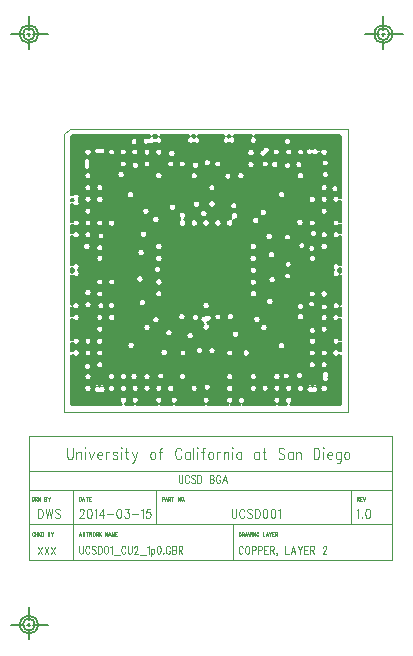
<source format=gbr>
*
*
G04 PADS 9.5 Build Number: 522968 generated Gerber (RS-274-X) file*
G04 PC Version=2.1*
*
%IN "UCSD001-BGA_5mm_2014-03"*%
*
%MOMM*%
*
%FSLAX33Y33*%
*
*
*
*
G04 PC Standard Apertures*
*
*
G04 Thermal Relief Aperture macro.*
%AMTER*
1,1,$1,0,0*
1,0,$1-$2,0,0*
21,0,$3,$4,0,0,45*
21,0,$3,$4,0,0,135*
%
*
*
G04 Annular Aperture macro.*
%AMANN*
1,1,$1,0,0*
1,0,$2,0,0*
%
*
*
G04 Odd Aperture macro.*
%AMODD*
1,1,$1,0,0*
1,0,$1-0.005,0,0*
%
*
*
G04 PC Custom Aperture Macros*
*
*
*
*
*
*
G04 PC Aperture Table*
*
%ADD010C,0.0254*%
%ADD013C,0.05*%
%ADD015C,0.15*%
%ADD018C,0.1*%
%ADD019C,0.3*%
%ADD023C,0.08814*%
%ADD024C,0.1778*%
*
*
*
*
G04 PC Circuitry*
G04 Layer Name UCSD001-BGA_5mm_2014-03 - circuitry*
%LPD*%
*
*
G04 PC Custom Flashes*
G04 Layer Name UCSD001-BGA_5mm_2014-03 - flashes*
%LPD*%
*
*
G04 PC Circuitry*
G04 Layer Name UCSD001-BGA_5mm_2014-03 - circuitry*
%LPD*%
*
G54D10*
G54D13*
G01X162762Y130828D02*
Y130500D01*
Y130828D02*
X162864D01*
X162864D02*
X162898Y130812D01*
X162898D02*
X162910Y130796D01*
X162910D02*
X162921Y130765D01*
X162921D02*
Y130734D01*
X162921D02*
X162910Y130703D01*
X162898Y130687*
X162898D02*
X162864Y130671D01*
X162864D02*
X162762D01*
X162842D02*
X162921Y130500D01*
X163023Y130828D02*
Y130500D01*
Y130828D02*
X163171D01*
X163023Y130671D02*
X163114D01*
X163023Y130500D02*
X163171D01*
X163273Y130828D02*
X163364Y130500D01*
X163455Y130828D02*
X163364Y130500D01*
X152762Y127828D02*
Y127500D01*
Y127828D02*
X152842D01*
X152876Y127812*
X152876D02*
X152898Y127781D01*
X152898D02*
X152910Y127750D01*
X152921Y127703*
X152921D02*
Y127625D01*
X152921D02*
X152910Y127578D01*
X152898Y127546*
X152898D02*
X152876Y127515D01*
X152876D02*
X152842Y127500D01*
X152762*
X153023Y127828D02*
Y127500D01*
Y127828D02*
X153126D01*
X153160Y127812*
X153160D02*
X153171Y127796D01*
X153171D02*
X153182Y127765D01*
X153182D02*
Y127734D01*
X153182D02*
X153171Y127703D01*
X153171D02*
X153160Y127687D01*
X153160D02*
X153126Y127671D01*
X153126D02*
X153023D01*
X153103D02*
X153182Y127500D01*
X153376Y127828D02*
X153285Y127500D01*
X153376Y127828D02*
X153467Y127500D01*
X153319Y127609D02*
X153432D01*
X153569Y127828D02*
X153626Y127500D01*
X153682Y127828D02*
X153626Y127500D01*
X153682Y127828D02*
X153739Y127500D01*
X153796Y127828D02*
X153739Y127500D01*
X153898Y127828D02*
Y127500D01*
X154001Y127828D02*
Y127500D01*
Y127828D02*
X154160Y127500D01*
Y127828D02*
Y127500D01*
X154432Y127750D02*
X154421Y127781D01*
X154421D02*
X154398Y127812D01*
X154398D02*
X154376Y127828D01*
X154330*
X154330D02*
X154307Y127812D01*
X154307D02*
X154285Y127781D01*
X154273Y127750*
X154273D02*
X154262Y127703D01*
Y127625*
X154273Y127578*
X154273D02*
X154285Y127546D01*
X154285D02*
X154307Y127515D01*
X154307D02*
X154330Y127500D01*
X154330D02*
X154376D01*
X154398Y127515*
X154398D02*
X154421Y127546D01*
X154421D02*
X154432Y127578D01*
X154432D02*
Y127625D01*
X154376D02*
X154432D01*
X154796Y127828D02*
Y127500D01*
X154796D02*
X154932D01*
X155126Y127828D02*
X155035Y127500D01*
X155126Y127828D02*
X155217Y127500D01*
X155069Y127609D02*
X155182D01*
X155319Y127828D02*
X155410Y127671D01*
X155410D02*
Y127500D01*
X155501Y127828D02*
X155410Y127671D01*
X155603Y127828D02*
Y127500D01*
Y127828D02*
X155751D01*
X155603Y127671D02*
X155694D01*
X155603Y127500D02*
X155751D01*
X155853Y127828D02*
Y127500D01*
Y127828D02*
X155955D01*
X155955D02*
X155989Y127812D01*
X155989D02*
X156001Y127796D01*
X156001D02*
X156012Y127765D01*
X156012D02*
Y127734D01*
X156001Y127703*
X155989Y127687*
X155989D02*
X155955Y127671D01*
X155955D02*
X155853D01*
X155932D02*
X156012Y127500D01*
X146262Y130828D02*
Y130500D01*
Y130828D02*
X146364D01*
X146364D02*
X146398Y130812D01*
X146398D02*
X146410Y130796D01*
X146410D02*
X146421Y130765D01*
X146421D02*
Y130718D01*
X146421D02*
X146410Y130687D01*
X146410D02*
X146398Y130671D01*
X146398D02*
X146364Y130656D01*
X146364D02*
X146262D01*
X146614Y130828D02*
X146523Y130500D01*
X146614Y130828D02*
X146705Y130500D01*
X146557Y130609D02*
X146671D01*
X146807Y130828D02*
Y130500D01*
Y130828D02*
X146910D01*
X146944Y130812*
X146944D02*
X146955Y130796D01*
X146955D02*
X146967Y130765D01*
X146967D02*
Y130734D01*
X146955Y130703*
X146955D02*
X146944Y130687D01*
X146944D02*
X146910Y130671D01*
X146910D02*
X146807D01*
X146887D02*
X146967Y130500D01*
X147148Y130828D02*
Y130500D01*
X147069Y130828D02*
X147228D01*
X147592D02*
Y130500D01*
Y130828D02*
X147751Y130500D01*
Y130828D02*
Y130500D01*
X147921Y130828D02*
X147898Y130812D01*
X147898D02*
X147876Y130781D01*
X147864Y130750*
X147864D02*
X147853Y130703D01*
Y130625*
X147864Y130578*
X147864D02*
X147876Y130546D01*
X147876D02*
X147898Y130515D01*
X147898D02*
X147921Y130500D01*
X147921D02*
X147967D01*
X147989Y130515*
X147989D02*
X148012Y130546D01*
X148012D02*
X148023Y130578D01*
X148023D02*
X148035Y130625D01*
Y130703*
X148023Y130750*
X148023D02*
X148012Y130781D01*
X147989Y130812*
X147989D02*
X147967Y130828D01*
X147921*
X148148Y130531D02*
X148137Y130515D01*
X148137D02*
X148148Y130500D01*
X148148D02*
X148160Y130515D01*
X148160D02*
X148148Y130531D01*
X139353Y127828D02*
X139262Y127500D01*
X139353Y127828D02*
X139444Y127500D01*
X139296Y127609D02*
X139410D01*
X139546Y127828D02*
Y127500D01*
Y127828D02*
X139648D01*
X139648D02*
X139682Y127812D01*
X139682D02*
X139694Y127796D01*
X139694D02*
X139705Y127765D01*
X139705D02*
Y127734D01*
X139705D02*
X139694Y127703D01*
X139682Y127687*
X139682D02*
X139648Y127671D01*
X139648D02*
X139546D01*
X139626D02*
X139705Y127500D01*
X139887Y127828D02*
Y127500D01*
X139807Y127828D02*
X139967D01*
X140069D02*
X140126Y127500D01*
X140182Y127828D02*
X140126Y127500D01*
X140182Y127828D02*
X140239Y127500D01*
X140296Y127828D02*
X140239Y127500D01*
X140467Y127828D02*
X140444Y127812D01*
X140444D02*
X140421Y127781D01*
X140421D02*
X140410Y127750D01*
X140398Y127703*
X140398D02*
Y127625D01*
X140398D02*
X140410Y127578D01*
X140421Y127546*
X140421D02*
X140444Y127515D01*
X140444D02*
X140467Y127500D01*
X140512*
X140535Y127515*
X140535D02*
X140557Y127546D01*
X140557D02*
X140569Y127578D01*
X140580Y127625*
X140580D02*
Y127703D01*
X140580D02*
X140569Y127750D01*
X140557Y127781*
X140557D02*
X140535Y127812D01*
X140535D02*
X140512Y127828D01*
X140467*
X140682D02*
Y127500D01*
Y127828D02*
X140785D01*
X140819Y127812*
X140819D02*
X140830Y127796D01*
X140830D02*
X140842Y127765D01*
X140842D02*
Y127734D01*
X140830Y127703*
X140830D02*
X140819Y127687D01*
X140819D02*
X140785Y127671D01*
X140785D02*
X140682D01*
X140762D02*
X140842Y127500D01*
X140944Y127828D02*
Y127500D01*
X141103Y127828D02*
X140944Y127609D01*
X141001Y127687D02*
X141103Y127500D01*
X141467Y127828D02*
Y127500D01*
Y127828D02*
X141626Y127500D01*
Y127828D02*
Y127500D01*
X141819Y127828D02*
X141728Y127500D01*
X141819Y127828D02*
X141910Y127500D01*
X141762Y127609D02*
X141876D01*
X142012Y127828D02*
Y127500D01*
Y127828D02*
X142103Y127500D01*
X142194Y127828D02*
X142103Y127500D01*
X142194Y127828D02*
Y127500D01*
X142296Y127828D02*
Y127500D01*
Y127828D02*
X142444D01*
X142296Y127671D02*
X142387D01*
X142296Y127500D02*
X142444D01*
X139262Y130828D02*
Y130500D01*
Y130828D02*
X139342D01*
X139376Y130812*
X139376D02*
X139398Y130781D01*
X139398D02*
X139410Y130750D01*
X139421Y130703*
X139421D02*
Y130625D01*
X139421D02*
X139410Y130578D01*
X139398Y130546*
X139398D02*
X139376Y130515D01*
X139376D02*
X139342Y130500D01*
X139262*
X139614Y130828D02*
X139523Y130500D01*
X139614Y130828D02*
X139705Y130500D01*
X139557Y130609D02*
X139671D01*
X139887Y130828D02*
Y130500D01*
X139807Y130828D02*
X139967D01*
X140069D02*
Y130500D01*
Y130828D02*
X140217D01*
X140069Y130671D02*
X140160D01*
X140069Y130500D02*
X140217D01*
X135432Y127750D02*
X135421Y127781D01*
X135421D02*
X135398Y127812D01*
X135398D02*
X135376Y127828D01*
X135330*
X135330D02*
X135307Y127812D01*
X135307D02*
X135285Y127781D01*
X135273Y127750*
X135273D02*
X135262Y127703D01*
Y127625*
X135273Y127578*
X135273D02*
X135285Y127546D01*
X135285D02*
X135307Y127515D01*
X135307D02*
X135330Y127500D01*
X135330D02*
X135376D01*
X135398Y127515*
X135398D02*
X135421Y127546D01*
X135421D02*
X135432Y127578D01*
X135535Y127828D02*
Y127500D01*
X135694Y127828D02*
Y127500D01*
X135535Y127671D02*
X135694D01*
X135796Y127828D02*
Y127500D01*
X135955Y127828D02*
X135796Y127609D01*
X135853Y127687D02*
X135955Y127500D01*
X136057Y127828D02*
Y127500D01*
Y127828D02*
X136137D01*
X136171Y127812*
X136171D02*
X136194Y127781D01*
X136205Y127750*
X136205D02*
X136217Y127703D01*
Y127625*
X136205Y127578*
X136205D02*
X136194Y127546D01*
X136194D02*
X136171Y127515D01*
X136171D02*
X136137Y127500D01*
X136057*
X136580Y127828D02*
Y127500D01*
Y127828D02*
X136682D01*
X136682D02*
X136717Y127812D01*
X136717D02*
X136728Y127796D01*
X136728D02*
X136739Y127765D01*
X136739D02*
Y127734D01*
X136739D02*
X136728Y127703D01*
X136717Y127687*
X136717D02*
X136682Y127671D01*
X136580D02*
X136682D01*
X136682D02*
X136717Y127656D01*
X136728Y127640*
X136728D02*
X136739Y127609D01*
X136739D02*
Y127562D01*
X136739D02*
X136728Y127531D01*
X136717Y127515*
X136717D02*
X136682Y127500D01*
X136682D02*
X136580D01*
X136842Y127828D02*
X136932Y127671D01*
X136932D02*
Y127500D01*
X137023Y127828D02*
X136932Y127671D01*
X135262Y130828D02*
Y130500D01*
Y130828D02*
X135342D01*
X135376Y130812*
X135376D02*
X135398Y130781D01*
X135398D02*
X135410Y130750D01*
X135421Y130703*
X135421D02*
Y130625D01*
X135421D02*
X135410Y130578D01*
X135398Y130546*
X135398D02*
X135376Y130515D01*
X135376D02*
X135342Y130500D01*
X135262*
X135523Y130828D02*
Y130500D01*
Y130828D02*
X135626D01*
X135660Y130812*
X135660D02*
X135671Y130796D01*
X135671D02*
X135682Y130765D01*
X135682D02*
Y130734D01*
X135682D02*
X135671Y130703D01*
X135671D02*
X135660Y130687D01*
X135660D02*
X135626Y130671D01*
X135626D02*
X135523D01*
X135603D02*
X135682Y130500D01*
X135785Y130828D02*
Y130500D01*
Y130828D02*
X135944Y130500D01*
Y130828D02*
Y130500D01*
X136307Y130828D02*
Y130500D01*
Y130828D02*
X136410D01*
X136444Y130812*
X136444D02*
X136455Y130796D01*
X136455D02*
X136467Y130765D01*
X136467D02*
Y130734D01*
X136455Y130703*
X136455D02*
X136444Y130687D01*
X136444D02*
X136410Y130671D01*
X136307D02*
X136410D01*
X136410D02*
X136444Y130656D01*
X136455Y130640*
X136455D02*
X136467Y130609D01*
Y130562*
X136467D02*
X136455Y130531D01*
X136455D02*
X136444Y130515D01*
X136444D02*
X136410Y130500D01*
X136307*
X136569Y130828D02*
X136660Y130671D01*
X136660D02*
Y130500D01*
X136751Y130828D02*
X136660Y130671D01*
G54D15*
X161205Y156900D02*
G75*
G03X161205I-305J0D01*
G01X160325Y140000D02*
G03X160325I-325J0D01*
G01X160305Y142000D02*
G03X160305I-305J0D01*
G01Y143000D02*
G03X160305I-305J0D01*
G01Y145000D02*
G03X160305I-305J0D01*
G01Y146000D02*
G03X160305I-305J0D01*
G01Y146900D02*
G03X160305I-305J0D01*
G01X160325Y148000D02*
G03X160325I-325J0D01*
G01Y152000D02*
G03X160325I-325J0D01*
G01X160305Y153000D02*
G03X160305I-305J0D01*
G01Y155000D02*
G03X160305I-305J0D01*
G01Y156000D02*
G03X160305I-305J0D01*
G01Y157000D02*
G03X160305I-305J0D01*
G01X160405Y158100D02*
G03X160405I-305J0D01*
G01Y159100D02*
G03X160405I-305J0D01*
G01X159305Y142000D02*
G03X159305I-305J0D01*
G01Y143000D02*
G03X159305I-305J0D01*
G01X159325Y144000D02*
G03X159325I-325J0D01*
G01X159305Y144900D02*
G03X159305I-305J0D01*
G01X159255Y147150D02*
G03X159255I-305J0D01*
G01X159305Y148000D02*
G03X159305I-305J0D01*
G01Y151000D02*
G03X159305I-305J0D01*
G01X159255Y151850D02*
G03X159255I-305J0D01*
G01X159405Y153100D02*
G03X159405I-305J0D01*
G01X159305Y154000D02*
G03X159305I-305J0D01*
G01X159325Y156000D02*
G03X159325I-325J0D01*
G01X158305Y140000D02*
G03X158305I-305J0D01*
G01X158205Y141100D02*
G03X158205I-305J0D01*
G01X158325Y146050D02*
G03X158325I-325J0D01*
G01X158305Y146950D02*
G03X158305I-305J0D01*
G01X158405Y152100D02*
G03X158405I-305J0D01*
G01X158275Y154050D02*
G03X158275I-325J0D01*
G01X158325Y158000D02*
G03X158325I-325J0D01*
G01X158155Y158950D02*
G03X158155I-305J0D01*
G01X157305Y140000D02*
G03X157305I-305J0D01*
G01X157105Y141050D02*
G03X157105I-305J0D01*
G01X156305Y140000D02*
G03X156305I-305J0D01*
G01X156325Y141000D02*
G03X156325I-325J0D01*
G01X156725Y143600D02*
G03X156725I-325J0D01*
G01X157205Y149500D02*
G03X157205I-305J0D01*
G01X157255Y150500D02*
G03X157255I-305J0D01*
G01X157205Y152800D02*
G03X157205I-305J0D01*
G01X156725Y156400D02*
G03X156725I-325J0D01*
G01X157205Y158850D02*
G03X157205I-305J0D01*
G01X157305Y160000D02*
G03X157305I-305J0D01*
G01X157205Y160900D02*
G03X157205I-305J0D01*
G01X155305Y140000D02*
G03X155305I-305J0D01*
G01X155225Y145150D02*
G03X155225I-325J0D01*
G01X155725Y147350D02*
G03X155725I-325J0D01*
G01X155925Y149200D02*
G03X155925I-325J0D01*
G01X155875Y151300D02*
G03X155875I-325J0D01*
G01X155675Y152850D02*
G03X155675I-325J0D01*
G01X156125Y158950D02*
G03X156125I-325J0D01*
G01X156255Y160000D02*
G03X156255I-305J0D01*
G01X154305Y140000D02*
G03X154305I-305J0D01*
G01Y141000D02*
G03X154305I-305J0D01*
G01X154625Y145850D02*
G03X154625I-325J0D01*
G01X153725Y143000D02*
G03X153725I-325J0D01*
G01X154325Y148000D02*
G03X154325I-325J0D01*
G01Y149000D02*
G03X154325I-325J0D01*
G01Y150000D02*
G03X154325I-325J0D01*
G01Y151000D02*
G03X154325I-325J0D01*
G01Y152000D02*
G03X154325I-325J0D01*
G01X154525Y154200D02*
G03X154525I-325J0D01*
G01X155175Y154900D02*
G03X155175I-325J0D01*
G01X155305Y159000D02*
G03X155305I-305J0D01*
G01X154105Y158950D02*
G03X154105I-305J0D01*
G01X154125Y159950D02*
G03X154125I-325J0D01*
G01X152325Y140000D02*
G03X152325I-325J0D01*
G01X152305Y141000D02*
G03X152305I-305J0D01*
G01Y143000D02*
G03X152305I-305J0D01*
G01X152825Y144600D02*
G03X152825I-325J0D01*
G01X152377Y146058D02*
G03X152377I-325J0D01*
G01X152675Y155450D02*
G03X152675I-325J0D01*
G01X153275Y158000D02*
G03X153275I-325J0D01*
G01X152155Y157950D02*
G03X152155I-305J0D01*
G01X150405Y140100D02*
G03X150405I-305J0D01*
G01X150805Y143200D02*
G03X150805I-305J0D01*
G01X151305Y146050D02*
G03X151305I-305J0D01*
G01X151325Y154000D02*
G03X151325I-325J0D01*
G01X149305Y140000D02*
G03X149305I-305J0D01*
G01X149755Y143200D02*
G03X149755I-305J0D01*
G01X150325Y147000D02*
G03X150325I-325J0D01*
G01Y154000D02*
G03X150325I-325J0D01*
G01X150825Y155600D02*
G03X150825I-325J0D01*
G01X150805Y157000D02*
G03X150805I-305J0D01*
G01X151305Y159000D02*
G03X151305I-305J0D01*
G01X150125Y154800D02*
G03X150125I-325J0D01*
G01X150425Y159100D02*
G03X150425I-325J0D01*
G01X149325Y154000D02*
G03X149325I-325J0D01*
G01X149525Y155600D02*
G03X149525I-325J0D01*
G01X149305Y158000D02*
G03X149305I-305J0D01*
G01X149425Y158900D02*
G03X149425I-325J0D01*
G01X148273Y146058D02*
G03X148273I-325J0D01*
G01X148305Y159000D02*
G03X148305I-305J0D01*
G01X147325Y140000D02*
G03X147325I-325J0D01*
G01X146305D02*
G03X146305I-305J0D01*
G01X146455Y141050D02*
G03X146455I-305J0D01*
G01X146775Y143050D02*
G03X146775I-325J0D01*
G01X147175Y144700D02*
G03X147175I-325J0D01*
G01X147475Y155350D02*
G03X147475I-325J0D01*
G01X147305Y159000D02*
G03X147305I-305J0D01*
G01X147425Y159900D02*
G03X147425I-325J0D01*
G01X146075Y145800D02*
G03X146075I-325J0D01*
G01X146325Y148000D02*
G03X146325I-325J0D01*
G01Y149000D02*
G03X146325I-325J0D01*
G01X146225Y150100D02*
G03X146225I-325J0D01*
G01X146325Y151000D02*
G03X146325I-325J0D01*
G01Y152000D02*
G03X146325I-325J0D01*
G01X146075Y154300D02*
G03X146075I-325J0D01*
G01X146325Y158000D02*
G03X146325I-325J0D01*
G01X146305Y160000D02*
G03X146305I-305J0D01*
G01X145305Y140000D02*
G03X145305I-305J0D01*
G01Y141000D02*
G03X145305I-305J0D01*
G01X145325Y145150D02*
G03X145325I-325J0D01*
G01X144305Y140000D02*
G03X144305I-305J0D01*
G01X144925Y147250D02*
G03X144925I-325J0D01*
G01X144225Y141000D02*
G03X144225I-325J0D01*
G01X144725Y149250D02*
G03X144725I-325J0D01*
G01X144825Y151500D02*
G03X144825I-325J0D01*
G01X145025Y153050D02*
G03X145025I-325J0D01*
G01X145225Y155000D02*
G03X145225I-325J0D01*
G01X145305Y159000D02*
G03X145305I-305J0D01*
G01Y160000D02*
G03X145305I-305J0D01*
G01X143975Y143650D02*
G03X143975I-325J0D01*
G01X143305Y140000D02*
G03X143305I-305J0D01*
G01Y141000D02*
G03X143305I-305J0D01*
G01X143925Y156400D02*
G03X143925I-325J0D01*
G01X144325Y158900D02*
G03X144325I-325J0D01*
G01X144255Y160000D02*
G03X144255I-305J0D01*
G01X144205Y160900D02*
G03X144205I-305J0D01*
G01X143125Y158100D02*
G03X143125I-325J0D01*
G01X143305Y159000D02*
G03X143305I-305J0D01*
G01Y160000D02*
G03X143305I-305J0D01*
G01X142305Y140000D02*
G03X142305I-305J0D01*
G01Y141000D02*
G03X142305I-305J0D01*
G01X142325Y146000D02*
G03X142325I-325J0D01*
G01X142305Y147000D02*
G03X142305I-305J0D01*
G01Y149000D02*
G03X142305I-305J0D01*
G01X142325Y154000D02*
G03X142325I-325J0D01*
G01X142305Y160000D02*
G03X142305I-305J0D01*
G01X141305Y142000D02*
G03X141305I-305J0D01*
G01Y143000D02*
G03X141305I-305J0D01*
G01X141325Y144000D02*
G03X141325I-325J0D01*
G01X141305Y145000D02*
G03X141305I-305J0D01*
G01Y146000D02*
G03X141305I-305J0D01*
G01X141405Y147000D02*
G03X141405I-305J0D01*
G01X141305Y148000D02*
G03X141305I-305J0D01*
G01Y149000D02*
G03X141305I-305J0D01*
G01Y151000D02*
G03X141305I-305J0D01*
G01Y151900D02*
G03X141305I-305J0D01*
G01X141405Y152900D02*
G03X141405I-305J0D01*
G01X141305Y154000D02*
G03X141305I-305J0D01*
G01X141325Y156000D02*
G03X141325I-325J0D01*
G01X141305Y157000D02*
G03X141305I-305J0D01*
G01X140325Y140000D02*
G03X140325I-325J0D01*
G01X140305Y141000D02*
G03X140305I-305J0D01*
G01X140255Y141850D02*
G03X140255I-305J0D01*
G01X140305Y143000D02*
G03X140305I-305J0D01*
G01Y144000D02*
G03X140305I-305J0D01*
G01Y147100D02*
G03X140305I-305J0D01*
G01X140325Y148100D02*
G03X140325I-325J0D01*
G01X140225Y152000D02*
G03X140225I-325J0D01*
G01X140305Y153000D02*
G03X140305I-305J0D01*
G01Y154000D02*
G03X140305I-305J0D01*
G01Y155000D02*
G03X140305I-305J0D01*
G01Y156000D02*
G03X140305I-305J0D01*
G01Y157000D02*
G03X140305I-305J0D01*
G01Y158000D02*
G03X140305I-305J0D01*
G01X140325Y160000D02*
G03X140325I-325J0D01*
G01X148305Y141000D02*
G03X148305I-305J0D01*
G01X148355Y143000D02*
G03X148355I-305J0D01*
G01X148975Y144450D02*
G03X148975I-325J0D01*
G01X161425Y149848D02*
Y150152D01*
G03X161280Y150181I-75J0*
G01X161187Y150059D02*
G03X161280Y150181I-187J241D01*
G01X161187Y150059D02*
G03Y149940I46J-59D01*
G01X161280Y149818D02*
G03X161187Y149940I-280J-118D01*
G01X161280Y149818D02*
G03X161425Y149848I70J30D01*
G01Y156148D02*
Y161350D01*
G03X161350Y161425I-75J0*
G01X154148*
G03X154118Y161280I0J-75*
G01X153881D02*
G03X154118I119J-280D01*
G01X153881D02*
G03X153852Y161425I-29J70D01*
G01X152348*
G03X152318Y161280I0J-75*
G01X151999Y160770D02*
G03X152318Y161280I201J230D01*
G01X151999Y160770D02*
G03X151900I-49J-56D01*
G01X151581Y161280D02*
G03X151900Y160770I119J-280D01*
G01X151581Y161280D02*
G03X151552Y161425I-29J70D01*
G01X149348*
G03X149318Y161280I0J-75*
G01X148999Y160770D02*
G03X149318Y161280I201J230D01*
G01X148999Y160770D02*
G03X148900I-49J-56D01*
G01X148581Y161280D02*
G03X148900Y160770I119J-280D01*
G01X148581Y161280D02*
G03X148552Y161425I-29J70D01*
G01X146148*
G03X146118Y161280I0J-75*
G01X145759Y160812D02*
G03X146118Y161280I241J188D01*
G01X145759Y160812D02*
G03X145640I-59J-45D01*
G01X145243Y160738D02*
G03X145640Y160812I157J262D01*
G01X145243Y160738D02*
G03X145145Y160718I-37J-64D01*
G01X145056Y161161D02*
G03X145145Y160718I-156J-261D01*
G01X145056Y161161D02*
G03X145154Y161181I38J65D01*
G01X145281Y161280D02*
G03X145154Y161181I119J-280D01*
G01X145281Y161280D02*
G03X145252Y161425I-29J70D01*
G01X138650*
G03X138575Y161350I0J-75*
G01Y156348*
G03X138719Y156318I75J0*
G01X139229Y155999D02*
G03X138719Y156318I-229J201D01*
G01X139229Y155999D02*
G03Y155900I57J-49D01*
G01X138719Y155581D02*
G03X139229Y155900I281J119D01*
G01X138719Y155581D02*
G03X138575Y155552I-69J-29D01*
G01Y154148*
G03X138719Y154118I75J0*
G01Y153881D02*
G03Y154118I281J119D01*
G01Y153881D02*
G03X138575Y153852I-69J-29D01*
G01Y153148*
G03X138719Y153118I75J0*
G01Y152881D02*
G03Y153118I281J119D01*
G01Y152881D02*
G03X138575Y152852I-69J-29D01*
G01Y150448*
G03X138719Y150418I75J0*
G01X139187Y150059D02*
G03X138719Y150418I-187J241D01*
G01X139187Y150059D02*
G03Y149940I46J-59D01*
G01X138719Y149581D02*
G03X139187Y149940I281J119D01*
G01X138719Y149581D02*
G03X138575Y149552I-69J-29D01*
G01Y147148*
G03X138719Y147118I75J0*
G01Y146881D02*
G03Y147118I281J119D01*
G01Y146881D02*
G03X138575Y146852I-69J-29D01*
G01Y146148*
G03X138719Y146118I75J0*
G01Y145881D02*
G03Y146118I281J119D01*
G01Y145881D02*
G03X138575Y145852I-69J-29D01*
G01Y144148*
G03X138719Y144118I75J0*
G01Y143881D02*
G03Y144118I281J119D01*
G01Y143881D02*
G03X138575Y143852I-69J-29D01*
G01Y143193*
X138575D02*
G03X138715Y143157I75J0D01*
G01Y142842D02*
G03Y143157I285J158D01*
G01Y142842D02*
G03X138575Y142806I-65J-35D01*
G01Y138650*
G03X138650Y138575I75J0*
G01X142806*
G03X142842Y138715I0J75*
G01X143157D02*
G03X142842I-157J285D01*
G01X143157D02*
G03X143193Y138575I36J-65D01*
G01X143193D02*
X143852D01*
G03X143881Y138719I0J75*
G01X144118D02*
G03X143881I-118J281D01*
G01X144118D02*
G03X144148Y138575I30J-69D01*
G01X145852*
G03X145881Y138719I0J75*
G01X146118D02*
G03X145881I-118J281D01*
G01X146118D02*
G03X146148Y138575I30J-69D01*
G01X147152*
G03X147181Y138719I0J75*
G01X147418D02*
G03X147181I-118J281D01*
G01X147418D02*
G03X147448Y138575I30J-69D01*
G01X149852*
G03X149881Y138719I0J75*
G01X150118D02*
G03X149881I-118J281D01*
G01X150118D02*
G03X150148Y138575I30J-69D01*
G01X151852*
G03X151881Y138719I0J75*
G01X152118D02*
G03X151881I-118J281D01*
G01X152118D02*
G03X152148Y138575I30J-69D01*
G01X152852*
G03X152881Y138719I0J75*
G01X153118D02*
G03X152881I-118J281D01*
G01X153118D02*
G03X153148Y138575I30J-69D01*
G01X155852*
G03X155881Y138719I0J75*
G01X156118D02*
G03X155881I-118J281D01*
G01X156118D02*
G03X156148Y138575I30J-69D01*
G01X156806*
G03X156842Y138715I0J75*
G01X157157D02*
G03X156842I-157J285D01*
G01X157157D02*
G03X157193Y138575I36J-65D01*
G01X157193D02*
X161350D01*
G03X161425Y138650I0J75*
G01Y142806*
G03X161284Y142842I-75J0*
G01Y143157D02*
G03Y142842I-284J-157D01*
G01Y143157D02*
G03X161425Y143193I66J36D01*
G01X161425D02*
Y143852D01*
G03X161280Y143881I-75J0*
G01Y144118D02*
G03Y143881I-280J-118D01*
G01Y144118D02*
G03X161425Y144148I70J30D01*
G01Y145852*
G03X161280Y145881I-75J0*
G01Y146118D02*
G03Y145881I-280J-118D01*
G01Y146118D02*
G03X161425Y146148I70J30D01*
G01Y146852*
G03X161280Y146881I-75J0*
G01Y147118D02*
G03Y146881I-280J-118D01*
G01Y147118D02*
G03X161425Y147148I70J30D01*
G01Y149552*
G03X161280Y149581I-75J0*
G01X160812Y149940D02*
G03X161280Y149581I188J-240D01*
G01X160812Y149940D02*
G03Y150059I-45J60D01*
G01X161280Y150418D02*
G03X160812Y150059I-280J-118D01*
G01X161280Y150418D02*
G03X161425Y150448I70J30D01*
G01Y152852*
G03X161280Y152881I-75J0*
G01Y153118D02*
G03Y152881I-280J-118D01*
G01Y153118D02*
G03X161425Y153148I70J30D01*
G01Y153852*
G03X161280Y153881I-75J0*
G01Y154118D02*
G03Y153881I-280J-118D01*
G01Y154118D02*
G03X161425Y154148I70J30D01*
G01Y155852*
G03X161280Y155881I-75J0*
G01Y156118D02*
G03Y155881I-280J-118D01*
G01Y156118D02*
G03X161425Y156148I70J30D01*
G01X152081Y161280D02*
G03X152052Y161425I-29J70D01*
G01X151848*
G03X151818Y161280I0J-75*
G01X151900Y161229D02*
G03X151818Y161280I-200J-229D01*
G01X151900Y161229D02*
G03X151999I50J57D01*
G01X152081Y161280D02*
G03X151999Y161229I119J-280D01*
G01X149081Y161280D02*
G03X149052Y161425I-29J70D01*
G01X148848*
G03X148818Y161280I0J-75*
G01X148900Y161229D02*
G03X148818Y161280I-200J-229D01*
G01X148900Y161229D02*
G03X148999I50J57D01*
G01X149081Y161280D02*
G03X148999Y161229I119J-280D01*
G01X145881Y161280D02*
G03X145852Y161425I-29J70D01*
G01X145548*
G03X145518Y161280I0J-75*
G01X145640Y161187D02*
G03X145518Y161280I-240J-187D01*
G01X145640Y161187D02*
G03X145759I60J46D01*
G01X145881Y161280D02*
G03X145759Y161187I119J-280D01*
G01X138812Y149940D02*
G03Y150059I-45J60D01*
G01X138719Y150181D02*
G03X138812Y150059I281J119D01*
G01X138719Y150181D02*
G03X138575Y150152I-69J-29D01*
G01Y149848*
G03X138719Y149818I75J0*
G01X138812Y149940D02*
G03X138719Y149818I188J-240D01*
G01X138770Y155900D02*
G03Y155999I-56J50D01*
G01X138719Y156081D02*
G03X138770Y155999I281J119D01*
G01X138719Y156081D02*
G03X138575Y156052I-69J-29D01*
G01Y155848*
G03X138719Y155818I75J0*
G01X138770Y155900D02*
G03X138719Y155818I230J-200D01*
G01X161205Y156900D02*
G03X161205I-305J0D01*
G01X160325Y140000D02*
G03X160325I-325J0D01*
G01X160359Y141039D02*
G03X159840I-259J161D01*
G01X160359D02*
G03Y140960I64J-39D01*
G01X159840D02*
G03X160359I260J-160D01*
G01X159840D02*
G03Y141039I-63J40D01*
G01X160305Y142000D02*
G03X160305I-305J0D01*
G01Y143000D02*
G03X160305I-305J0D01*
G01Y145000D02*
G03X160305I-305J0D01*
G01Y146000D02*
G03X160305I-305J0D01*
G01Y146900D02*
G03X160305I-305J0D01*
G01X160325Y148000D02*
G03X160325I-325J0D01*
G01Y152000D02*
G03X160325I-325J0D01*
G01X160305Y153000D02*
G03X160305I-305J0D01*
G01Y155000D02*
G03X160305I-305J0D01*
G01Y156000D02*
G03X160305I-305J0D01*
G01Y157000D02*
G03X160305I-305J0D01*
G01X160405Y158100D02*
G03X160405I-305J0D01*
G01Y159100D02*
G03X160405I-305J0D01*
G01X159039Y139640D02*
G03Y140159I161J260D01*
G01Y139640D02*
G03X158960I-39J-63D01*
G01Y140159D02*
G03Y139640I-160J-259D01*
G01Y140159D02*
G03X159039I40J64D01*
G01X159305Y142000D02*
G03X159305I-305J0D01*
G01Y143000D02*
G03X159305I-305J0D01*
G01X159325Y144000D02*
G03X159325I-325J0D01*
G01X159305Y144900D02*
G03X159305I-305J0D01*
G01X159255Y147150D02*
G03X159255I-305J0D01*
G01X159305Y148000D02*
G03X159305I-305J0D01*
G01Y151000D02*
G03X159305I-305J0D01*
G01X159255Y151850D02*
G03X159255I-305J0D01*
G01X159405Y153100D02*
G03X159405I-305J0D01*
G01X159305Y154000D02*
G03X159305I-305J0D01*
G01X159325Y156000D02*
G03X159325I-325J0D01*
G01X159681Y159936D02*
G03X159692Y160105I319J64D01*
G01X159681Y159936D02*
G03X159537Y159947I-73J-14D01*
G01X159049Y159820D02*
G03X159537Y159947I201J230D01*
G01X159049Y159820D02*
G03X158950I-49J-56D01*
G01X158452Y159984D02*
G03X158950Y159820I298J66D01*
G01X158452Y159984D02*
G03X158424Y160028I-73J-15D01*
G01X158424D02*
G03X158446Y160074I-52J53D01*
G01X158950Y160279D02*
G03X158446Y160074I-200J-229D01*
G01X158950Y160279D02*
G03X159049I50J57D01*
G01X159548Y160113D02*
G03X159049Y160279I-298J-63D01*
G01X159548Y160113D02*
G03X159692Y160105I73J16D01*
G01X158305Y140000D02*
G03X158305I-305J0D01*
G01X158205Y141100D02*
G03X158205I-305J0D01*
G01X158325Y146050D02*
G03X158325I-325J0D01*
G01X158305Y146950D02*
G03X158305I-305J0D01*
G01X158405Y152100D02*
G03X158405I-305J0D01*
G01X158275Y154050D02*
G03X158275I-325J0D01*
G01X158325Y158000D02*
G03X158325I-325J0D01*
G01X158155Y158950D02*
G03X158155I-305J0D01*
G01X158325Y160021D02*
G03X158303Y159975I53J-52D01*
G01X158297Y160065D02*
G03X158303Y159975I-297J-65D01*
G01X158297Y160065D02*
G03X158325Y160021I74J16D01*
G01X157305Y140000D02*
G03X157305I-305J0D01*
G01X157105Y141050D02*
G03X157105I-305J0D01*
G01X156305Y140000D02*
G03X156305I-305J0D01*
G01X156325Y141000D02*
G03X156325I-325J0D01*
G01X156725Y143600D02*
G03X156725I-325J0D01*
G01X157205Y149500D02*
G03X157205I-305J0D01*
G01X157255Y150500D02*
G03X157255I-305J0D01*
G01X157205Y152800D02*
G03X157205I-305J0D01*
G01X156725Y156400D02*
G03X156725I-325J0D01*
G01X157205Y158850D02*
G03X157205I-305J0D01*
G01X157305Y160000D02*
G03X157305I-305J0D01*
G01X157205Y160900D02*
G03X157205I-305J0D01*
G01X155305Y140000D02*
G03X155305I-305J0D01*
G01X155225Y145150D02*
G03X155225I-325J0D01*
G01X155725Y147350D02*
G03X155725I-325J0D01*
G01X155925Y149200D02*
G03X155925I-325J0D01*
G01X155875Y151300D02*
G03X155875I-325J0D01*
G01X155675Y152850D02*
G03X155675I-325J0D01*
G01X156125Y158950D02*
G03X156125I-325J0D01*
G01X156255Y160000D02*
G03X156255I-305J0D01*
G01X154305Y140000D02*
G03X154305I-305J0D01*
G01Y141000D02*
G03X154305I-305J0D01*
G01X154625Y145850D02*
G03X154625I-325J0D01*
G01X153725Y143000D02*
G03X153725I-325J0D01*
G01X154325Y148000D02*
G03X154325I-325J0D01*
G01Y149000D02*
G03X154325I-325J0D01*
G01Y150000D02*
G03X154325I-325J0D01*
G01Y151000D02*
G03X154325I-325J0D01*
G01Y152000D02*
G03X154325I-325J0D01*
G01X154525Y154200D02*
G03X154525I-325J0D01*
G01X155175Y154900D02*
G03X155175I-325J0D01*
G01X155305Y159000D02*
G03X155305I-305J0D01*
G01X155158Y159900D02*
G03X154800Y160258I-58J300D01*
G01X155158Y159900D02*
G03X155099Y159841I14J-72D01*
G01X154741Y160199D02*
G03X155099Y159841I59J-299D01*
G01X154741Y160199D02*
G03X154800Y160258I-13J73D01*
G01X154105Y158950D02*
G03X154105I-305J0D01*
G01X154125Y159950D02*
G03X154125I-325J0D01*
G01X152325Y140000D02*
G03X152325I-325J0D01*
G01X152305Y141000D02*
G03X152305I-305J0D01*
G01Y143000D02*
G03X152305I-305J0D01*
G01X152825Y144600D02*
G03X152825I-325J0D01*
G01X152377Y146058D02*
G03X152377I-325J0D01*
G01X152354Y154278D02*
G03X152120Y154434I46J322D01*
G01X152354Y154278D02*
G03X152279Y154165I-9J-74D01*
G01X152045Y154321D02*
G03X152279Y154165I-45J-321D01*
G01X152045Y154321D02*
G03X152120Y154434I10J75D01*
G01X152675Y155450D02*
G03X152675I-325J0D01*
G01X153275Y158000D02*
G03X153275I-325J0D01*
G01X152155Y157950D02*
G03X152155I-305J0D01*
G01X150405Y140100D02*
G03X150405I-305J0D01*
G01X150805Y143200D02*
G03X150805I-305J0D01*
G01X151305Y146050D02*
G03X151305I-305J0D01*
G01X151325Y154000D02*
G03X151325I-325J0D01*
G01X149305Y140000D02*
G03X149305I-305J0D01*
G01X149755Y143200D02*
G03X149755I-305J0D01*
G01X150151Y145648D02*
G03X149977Y146158I49J302D01*
G01X150151Y145648D02*
G03X150113Y145504I-11J-73D01*
G01X149767Y145427D02*
G03X150113Y145504I233J-227D01*
G01X149767Y145427D02*
G03X149731Y145552I-52J52D01*
G01X149497Y145810D02*
G03X149731Y145552I303J40D01*
G01X149497Y145810D02*
G03X149359Y145839I-73J-9D01*
G01X149402Y146039D02*
G03X149359Y145839I-302J-39D01*
G01X149402Y146039D02*
G03X149540Y146010I74J10D01*
G01X149898Y146138D02*
G03X149540Y146010I-98J-288D01*
G01X149898Y146138D02*
G03X149977Y146158I24J71D01*
G01X150325Y147000D02*
G03X150325I-325J0D01*
G01Y154000D02*
G03X150325I-325J0D01*
G01X150825Y155600D02*
G03X150825I-325J0D01*
G01X150805Y157000D02*
G03X150805I-305J0D01*
G01X151305Y159000D02*
G03X151305I-305J0D01*
G01X150125Y154800D02*
G03X150125I-325J0D01*
G01X150425Y159100D02*
G03X150425I-325J0D01*
G01X149325Y154000D02*
G03X149325I-325J0D01*
G01X149525Y155600D02*
G03X149525I-325J0D01*
G01X149305Y158000D02*
G03X149305I-305J0D01*
G01X149425Y158900D02*
G03X149425I-325J0D01*
G01X148273Y146058D02*
G03X148273I-325J0D01*
G01X148189Y154385D02*
G03X147810I-189J265D01*
G01X148189D02*
G03Y154264I44J-60D01*
G01X147810D02*
G03X148189I190J-264D01*
G01X147810D02*
G03Y154385I-43J61D01*
G01X148305Y159000D02*
G03X148305I-305J0D01*
G01X147325Y140000D02*
G03X147325I-325J0D01*
G01X146305D02*
G03X146305I-305J0D01*
G01X146455Y141050D02*
G03X146455I-305J0D01*
G01X146775Y143050D02*
G03X146775I-325J0D01*
G01X147175Y144700D02*
G03X147175I-325J0D01*
G01X147475Y155350D02*
G03X147475I-325J0D01*
G01X147305Y159000D02*
G03X147305I-305J0D01*
G01X147425Y159900D02*
G03X147425I-325J0D01*
G01X146075Y145800D02*
G03X146075I-325J0D01*
G01X146325Y148000D02*
G03X146325I-325J0D01*
G01Y149000D02*
G03X146325I-325J0D01*
G01X146225Y150100D02*
G03X146225I-325J0D01*
G01X146325Y151000D02*
G03X146325I-325J0D01*
G01Y152000D02*
G03X146325I-325J0D01*
G01X146075Y154300D02*
G03X146075I-325J0D01*
G01X146325Y158000D02*
G03X146325I-325J0D01*
G01X146305Y160000D02*
G03X146305I-305J0D01*
G01X145305Y140000D02*
G03X145305I-305J0D01*
G01Y141000D02*
G03X145305I-305J0D01*
G01X145325Y145150D02*
G03X145325I-325J0D01*
G01X144305Y140000D02*
G03X144305I-305J0D01*
G01X144925Y147250D02*
G03X144925I-325J0D01*
G01X144225Y141000D02*
G03X144225I-325J0D01*
G01X144725Y149250D02*
G03X144725I-325J0D01*
G01X144825Y151500D02*
G03X144825I-325J0D01*
G01X145025Y153050D02*
G03X145025I-325J0D01*
G01X145225Y155000D02*
G03X145225I-325J0D01*
G01X145305Y159000D02*
G03X145305I-305J0D01*
G01Y160000D02*
G03X145305I-305J0D01*
G01X143975Y143650D02*
G03X143975I-325J0D01*
G01X143305Y140000D02*
G03X143305I-305J0D01*
G01Y141000D02*
G03X143305I-305J0D01*
G01X143925Y156400D02*
G03X143925I-325J0D01*
G01X144325Y158900D02*
G03X144325I-325J0D01*
G01X144255Y160000D02*
G03X144255I-305J0D01*
G01X144205Y160900D02*
G03X144205I-305J0D01*
G01X143125Y158100D02*
G03X143125I-325J0D01*
G01X143305Y159000D02*
G03X143305I-305J0D01*
G01Y160000D02*
G03X143305I-305J0D01*
G01X142305Y140000D02*
G03X142305I-305J0D01*
G01Y141000D02*
G03X142305I-305J0D01*
G01X142325Y146000D02*
G03X142325I-325J0D01*
G01X142305Y147000D02*
G03X142305I-305J0D01*
G01Y149000D02*
G03X142305I-305J0D01*
G01X142325Y154000D02*
G03X142325I-325J0D01*
G01X142305Y160000D02*
G03X142305I-305J0D01*
G01X141039Y139640D02*
G03Y140159I161J260D01*
G01Y139640D02*
G03X140960I-39J-63D01*
G01Y140159D02*
G03Y139640I-160J-259D01*
G01Y140159D02*
G03X141039I40J64D01*
G01X141305Y142000D02*
G03X141305I-305J0D01*
G01Y143000D02*
G03X141305I-305J0D01*
G01X141325Y144000D02*
G03X141325I-325J0D01*
G01X141305Y145000D02*
G03X141305I-305J0D01*
G01Y146000D02*
G03X141305I-305J0D01*
G01X141405Y147000D02*
G03X141405I-305J0D01*
G01X141305Y148000D02*
G03X141305I-305J0D01*
G01Y149000D02*
G03X141305I-305J0D01*
G01Y151000D02*
G03X141305I-305J0D01*
G01Y151900D02*
G03X141305I-305J0D01*
G01X141405Y152900D02*
G03X141405I-305J0D01*
G01X141305Y154000D02*
G03X141305I-305J0D01*
G01X141325Y156000D02*
G03X141325I-325J0D01*
G01X141305Y157000D02*
G03X141305I-305J0D01*
G01X141039Y159840D02*
G03Y160359I161J260D01*
G01Y159840D02*
G03X140960I-39J-63D01*
G01Y160359D02*
G03Y159840I-160J-259D01*
G01Y160359D02*
G03X141039I40J64D01*
G01X140325Y140000D02*
G03X140325I-325J0D01*
G01X140305Y141000D02*
G03X140305I-305J0D01*
G01X140255Y141850D02*
G03X140255I-305J0D01*
G01X140305Y143000D02*
G03X140305I-305J0D01*
G01Y144000D02*
G03X140305I-305J0D01*
G01Y147100D02*
G03X140305I-305J0D01*
G01X140325Y148100D02*
G03X140325I-325J0D01*
G01X140225Y152000D02*
G03X140225I-325J0D01*
G01X140305Y153000D02*
G03X140305I-305J0D01*
G01Y154000D02*
G03X140305I-305J0D01*
G01Y155000D02*
G03X140305I-305J0D01*
G01Y156000D02*
G03X140305I-305J0D01*
G01Y157000D02*
G03X140305I-305J0D01*
G01Y158000D02*
G03X140305I-305J0D01*
G01X140159Y159039D02*
G03X139640I-259J161D01*
G01X140159D02*
G03Y158960I64J-39D01*
G01X139640D02*
G03X140159I260J-160D01*
G01X139640D02*
G03Y159039I-63J40D01*
G01X140325Y160000D02*
G03X140325I-325J0D01*
G01X148305Y141000D02*
G03X148305I-305J0D01*
G01X148355Y143000D02*
G03X148355I-305J0D01*
G01X148975Y144450D02*
G03X148975I-325J0D01*
G01X138575Y155989D02*
X138777D01*
X138575Y155854D02*
X138737D01*
X138631Y156124D02*
X138668D01*
X138575Y150049D02*
X138822D01*
X138575Y149914D02*
X138783D01*
X138582Y150184D02*
X138717D01*
X138619Y149779D02*
X138680D01*
X145484Y161389D02*
X145915D01*
X145567Y161254D02*
X145832D01*
X148784Y161389D02*
X149115D01*
X148867Y161254D02*
X149032D01*
X151784Y161389D02*
X152115D01*
X151867Y161254D02*
X152032D01*
X154167D02*
X161425D01*
X157111Y161119D02*
X161425D01*
X157193Y160984D02*
X161425D01*
X157200Y160849D02*
X161425D01*
X157142Y160714D02*
X161425D01*
X138575Y160579D02*
X161425D01*
X155282Y160444D02*
X161425D01*
X160098Y160309D02*
X161425D01*
X160274Y160174D02*
X161425D01*
X160322Y160039D02*
X161425D01*
X160310Y159904D02*
X161425D01*
X160229Y159769D02*
X161425D01*
X154950Y159634D02*
X161425D01*
X139956Y159499D02*
X161425D01*
X160251Y159364D02*
X161425D01*
X160376Y159229D02*
X161425D01*
X160404Y159094D02*
X161425D01*
X160370Y158959D02*
X161425D01*
X160231Y158824D02*
X161425D01*
X158008Y158689D02*
X161425D01*
X156976Y158554D02*
X161425D01*
X142858Y158419D02*
X161425D01*
X160342Y158284D02*
X161425D01*
X160400Y158149D02*
X161425D01*
X160392Y158014D02*
X161425D01*
X160310Y157879D02*
X161425D01*
X158201Y157744D02*
X161425D01*
X138575Y157609D02*
X161425D01*
X138575Y157474D02*
X161425D01*
X138575Y157339D02*
X161425D01*
X160914Y157204D02*
X161425D01*
X161153Y157069D02*
X161425D01*
X161203Y156934D02*
X161425D01*
X161188Y156799D02*
X161425D01*
X161094Y156664D02*
X161425D01*
X156698Y156529D02*
X161425D01*
X156724Y156394D02*
X161425D01*
X161160Y156259D02*
X161425D01*
X161120Y155719D02*
X161425D01*
X152645Y155584D02*
X161425D01*
X152675Y155449D02*
X161425D01*
X152645Y155314D02*
X161425D01*
X160246Y155179D02*
X161425D01*
X160301Y155044D02*
X161425D01*
X160291Y154909D02*
X161425D01*
X160205Y154774D02*
X161425D01*
X155044Y154639D02*
X161425D01*
X154313Y154504D02*
X161425D01*
X158008Y154369D02*
X161425D01*
X161194Y154234D02*
X161425D01*
X161253Y153829D02*
X161425D01*
X152111Y153694D02*
X161425D01*
X138575Y153559D02*
X161425D01*
X138575Y153424D02*
X161425D01*
X161095Y153289D02*
X161425D01*
X161262Y153154D02*
X161425D01*
X161174Y152749D02*
X161425D01*
X157142Y152614D02*
X161425D01*
X138575Y152479D02*
X161425D01*
X158282Y152344D02*
X161425D01*
X160248Y152209D02*
X161425D01*
X160316Y152074D02*
X161425D01*
X160319Y151939D02*
X161425D01*
X160259Y151804D02*
X161425D01*
X159195Y151669D02*
X161425D01*
X155774Y151534D02*
X161425D01*
X155859Y151399D02*
X161425D01*
X159151Y151264D02*
X161425D01*
X159276Y151129D02*
X161425D01*
X159304Y150994D02*
X161425D01*
X159270Y150859D02*
X161425D01*
X159131Y150724D02*
X161425D01*
X161095Y150589D02*
X161425D01*
X161262Y150454D02*
X161425D01*
X161238Y149509D02*
X161425D01*
X157178Y149374D02*
X161425D01*
X157058Y149239D02*
X161425D01*
X155910Y149104D02*
X161425D01*
X155829Y148969D02*
X161425D01*
X154279Y148834D02*
X161425D01*
X154124Y148699D02*
X161425D01*
X138575Y148564D02*
X161425D01*
X138575Y148429D02*
X161425D01*
X160137Y148294D02*
X161425D01*
X160283Y148159D02*
X161425D01*
X160324Y148024D02*
X161425D01*
X160305Y147889D02*
X161425D01*
X160213Y147754D02*
X161425D01*
X155581Y147619D02*
X161425D01*
X155695Y147484D02*
X161425D01*
X159180Y147349D02*
X161425D01*
X161216Y147214D02*
X161425D01*
X161238Y146809D02*
X161425D01*
X160205Y146674D02*
X161425D01*
X138575Y146539D02*
X161425D01*
X138575Y146404D02*
X161425D01*
X161142Y146269D02*
X161425D01*
X161141Y145729D02*
X161425D01*
X154501Y145594D02*
X161425D01*
X154998Y145459D02*
X161425D01*
X155174Y145324D02*
X161425D01*
X160238Y145189D02*
X161425D01*
X160300Y145054D02*
X161425D01*
X160294Y144919D02*
X161425D01*
X160216Y144784D02*
X161425D01*
X159174Y144649D02*
X161425D01*
X152813Y144514D02*
X161425D01*
X152738Y144379D02*
X161425D01*
X161182Y144244D02*
X161425D01*
X161259Y143839D02*
X161425D01*
X161076Y143704D02*
X161425D01*
X156723Y143569D02*
X161425D01*
X156679Y143434D02*
X161425D01*
X161125Y143299D02*
X161425D01*
X161218Y142759D02*
X161425D01*
X138575Y142624D02*
X161425D01*
X138575Y142489D02*
X161425D01*
X138575Y142354D02*
X161425D01*
X160211Y142219D02*
X161425D01*
X160293Y142084D02*
X161425D01*
X160300Y141949D02*
X161425D01*
X160242Y141814D02*
X161425D01*
X140203Y141679D02*
X161425D01*
X138575Y141544D02*
X161425D01*
X160321Y141409D02*
X161425D01*
X160395Y141274D02*
X161425D01*
X160398Y141139D02*
X161425D01*
X160348Y141004D02*
X161425D01*
X160396Y140869D02*
X161425D01*
X160397Y140734D02*
X161425D01*
X160329Y140599D02*
X161425D01*
X138575Y140464D02*
X161425D01*
X150300Y140329D02*
X161425D01*
X160260Y140194D02*
X161425D01*
X160319Y140059D02*
X161425D01*
X160316Y139924D02*
X161425D01*
X160247Y139789D02*
X161425D01*
X159381Y139654D02*
X161425D01*
X138575Y139519D02*
X161425D01*
X138575Y139384D02*
X161425D01*
X157208Y139249D02*
X161425D01*
X157304Y139114D02*
X161425D01*
X157324Y138979D02*
X161425D01*
X157285Y138844D02*
X161425D01*
X157148Y138709D02*
X161425D01*
X161268Y155854D02*
X161424D01*
X161273Y145864D02*
X161423D01*
X161273Y146134D02*
X161423D01*
X161278Y156124D02*
X161421D01*
X161280Y143164D02*
X161419D01*
X161282Y152884D02*
X161417D01*
X161285Y144109D02*
X161414D01*
X154084Y161389D02*
X161413D01*
X161292Y154099D02*
X161407D01*
X161319Y147079D02*
X161380D01*
X159135Y143704D02*
X160923D01*
X160095Y153289D02*
X160904D01*
X157241Y150589D02*
X160904D01*
X160226Y157204D02*
X160885D01*
X160120Y155719D02*
X160879D01*
X160056Y143299D02*
X160874D01*
X160141Y145729D02*
X160858D01*
X160142Y146269D02*
X160857D01*
X160160Y156259D02*
X160840D01*
X160174Y152749D02*
X160825D01*
X154321Y150049D02*
X160822D01*
X159213Y144244D02*
X160817D01*
X159194Y154234D02*
X160805D01*
X154313Y149914D02*
X160783D01*
X159248Y147214D02*
X160783D01*
X160187Y142759D02*
X160781D01*
X157204Y149509D02*
X160761D01*
X160291Y146809D02*
X160761D01*
X159253Y153829D02*
X160746D01*
X159282Y143839D02*
X160740D01*
X160262Y153154D02*
X160737D01*
X157251Y150454D02*
X160737D01*
X160268Y155854D02*
X160731D01*
X160273Y145864D02*
X160726D01*
X160273Y146134D02*
X160726D01*
X160278Y156124D02*
X160721D01*
X160256Y143164D02*
X160719D01*
X160282Y152884D02*
X160717D01*
X154267Y150184D02*
X160717D01*
X159305Y144109D02*
X160715D01*
X159288Y154099D02*
X160711D01*
X156588Y156664D02*
X160705D01*
X157021Y149779D02*
X160705D01*
X160246Y147079D02*
X160705D01*
X157168Y149644D02*
X160700D01*
X160301Y146944D02*
X160700D01*
X159302Y153964D02*
X160697D01*
X159324Y143974D02*
X160696D01*
X160304Y153019D02*
X160695D01*
X157195Y150319D02*
X160695D01*
X160304Y155989D02*
X160695D01*
X160305Y145999D02*
X160694D01*
X160286Y142894D02*
X160692D01*
X160303Y143029D02*
X160676D01*
X160296Y157069D02*
X160646D01*
X160229Y156799D02*
X160611D01*
X160297Y156934D02*
X160596D01*
X158128Y158824D02*
X159968D01*
X150288Y159364D02*
X159948D01*
X159056Y143299D02*
X159943D01*
X159338Y153289D02*
X159904D01*
X159410Y160309D02*
X159901D01*
X158301Y157879D02*
X159889D01*
X159164Y155719D02*
X159879D01*
X138575Y141409D02*
X159878D01*
X138575Y140599D02*
X159870D01*
X159078Y148294D02*
X159862D01*
X158054Y145729D02*
X159858D01*
X158239Y146269D02*
X159857D01*
X158156Y158284D02*
X159857D01*
X158189Y141004D02*
X159851D01*
X159195Y156259D02*
X159840D01*
X158154Y158959D02*
X159829D01*
X157200Y152749D02*
X159825D01*
X157971Y159229D02*
X159823D01*
X159187Y142759D02*
X159812D01*
X158324Y158014D02*
X159807D01*
X158150Y141274D02*
X159804D01*
X158099Y140869D02*
X159803D01*
X156187Y140734D02*
X159802D01*
X158202Y141139D02*
X159801D01*
X158288Y158149D02*
X159799D01*
X158118Y159094D02*
X159795D01*
X155149Y154774D02*
X159794D01*
X158131Y146674D02*
X159794D01*
X159211Y142219D02*
X159788D01*
X159181Y147754D02*
X159786D01*
X159282Y144784D02*
X159783D01*
X150726Y157204D02*
X159773D01*
X159370Y159769D02*
X159770D01*
X150729Y156799D02*
X159770D01*
X159095Y145189D02*
X159761D01*
X159242Y141814D02*
X159757D01*
X155015Y155179D02*
X159753D01*
X159246Y147079D02*
X159753D01*
X159484Y139789D02*
X159752D01*
X158384Y152209D02*
X159751D01*
X159256Y143164D02*
X159743D01*
X159251Y151804D02*
X159740D01*
X159278Y140194D02*
X159739D01*
X159400Y153154D02*
X159737D01*
X159290Y155854D02*
X159731D01*
X158266Y145864D02*
X159726D01*
X158313Y146134D02*
X159726D01*
X159528Y160174D02*
X159725D01*
X159300Y156124D02*
X159721D01*
X159316Y152884D02*
X159717D01*
X159259Y148159D02*
X159716D01*
X159286Y142894D02*
X159713D01*
X155174Y154909D02*
X159708D01*
X158270Y146809D02*
X159708D01*
X159293Y142084D02*
X159706D01*
X159304Y144919D02*
X159705D01*
X150796Y157069D02*
X159703D01*
X150797Y156934D02*
X159702D01*
X159262Y145054D02*
X159699D01*
X159300Y141949D02*
X159699D01*
X155141Y155044D02*
X159698D01*
X159175Y146944D02*
X159698D01*
X159303Y143029D02*
X159696D01*
X159394Y153019D02*
X159695D01*
X159324Y155989D02*
X159695D01*
X158321Y145999D02*
X159694D01*
X159284Y147889D02*
X159694D01*
X159518Y159904D02*
X159689D01*
X159504Y139924D02*
X159683D01*
X159156Y152074D02*
X159683D01*
X159241Y151939D02*
X159680D01*
X159459Y140059D02*
X159680D01*
X159304Y148024D02*
X159675D01*
X158870Y159769D02*
X159129D01*
X158878Y140194D02*
X159121D01*
X158910Y160309D02*
X159090D01*
X156524Y143299D02*
X158943D01*
X154137Y148294D02*
X158921D01*
X155222Y145189D02*
X158904D01*
X157193Y152884D02*
X158883D01*
X157156Y150724D02*
X158868D01*
X156707Y143704D02*
X158864D01*
X144919Y153289D02*
X158861D01*
X155873Y151264D02*
X158848D01*
X152531Y155719D02*
X158835D01*
X152821Y144649D02*
X158825D01*
X154213Y147754D02*
X158818D01*
X153618Y142759D02*
X158812D01*
X157111Y153019D02*
X158805D01*
X158217Y154234D02*
X158805D01*
X156693Y156259D02*
X158804D01*
X155463Y153154D02*
X158799D01*
X141211Y142219D02*
X158788D01*
X148901Y144244D02*
X158786D01*
X141242Y141814D02*
X158757D01*
X158188Y153829D02*
X158746D01*
X158403Y152074D02*
X158743D01*
X153680Y143164D02*
X158743D01*
X154283Y148159D02*
X158740D01*
X155210Y145054D02*
X158737D01*
X154293Y150859D02*
X158729D01*
X158304Y146944D02*
X158724D01*
X155826Y151129D02*
X158723D01*
X158234Y140194D02*
X158721D01*
X155725Y147349D02*
X158719D01*
X152767Y144784D02*
X158717D01*
X156619Y143839D02*
X158717D01*
X154305Y147889D02*
X158715D01*
X153707Y142894D02*
X158713D01*
X158271Y154099D02*
X158711D01*
X150701Y155854D02*
X158709D01*
X141293Y142084D02*
X158706D01*
X144777Y151669D02*
X158704D01*
X156572Y156124D02*
X158699D01*
X141300Y141949D02*
X158699D01*
X158263Y153964D02*
X158697D01*
X153723Y143029D02*
X158696D01*
X154324Y148024D02*
X158695D01*
X155129Y144919D02*
X158695D01*
X155661Y150994D02*
X158695D01*
X141305Y144109D02*
X158694D01*
X143664Y143974D02*
X158675D01*
X141324Y155989D02*
X158675D01*
X158359Y151939D02*
X158658D01*
X158276Y147079D02*
X158653D01*
X158151Y147214D02*
X158651D01*
X158176Y151804D02*
X158648D01*
X158199Y159769D02*
X158629D01*
X141381Y139654D02*
X158618D01*
X155384Y160309D02*
X158590D01*
X158299Y140059D02*
X158540D01*
X158220Y139789D02*
X158515D01*
X158295Y139924D02*
X158495D01*
X158289Y159904D02*
X158481D01*
X158250Y160174D02*
X158471D01*
X158308Y160039D02*
X158433D01*
X154259Y151804D02*
X158023D01*
X154601Y145729D02*
X157945D01*
X138575Y152344D02*
X157917D01*
X154477Y154369D02*
X157891D01*
X138575Y146674D02*
X157868D01*
X155695Y147214D02*
X157848D01*
X153106Y158284D02*
X157843D01*
X154319Y151939D02*
X157840D01*
X154248Y152209D02*
X157815D01*
X157199Y159769D02*
X157800D01*
X153151Y157744D02*
X157798D01*
X154316Y152074D02*
X157796D01*
X157220Y139789D02*
X157779D01*
X157234Y140194D02*
X157765D01*
X152298Y146269D02*
X157760D01*
X157250Y160174D02*
X157749D01*
X154624Y145864D02*
X157733D01*
X150263Y146809D02*
X157729D01*
X155965Y159229D02*
X157728D01*
X155580Y147079D02*
X157723D01*
X153238Y158149D02*
X157711D01*
X152276Y153829D02*
X157711D01*
X157289Y159904D02*
X157710D01*
X157295Y139924D02*
X157704D01*
X157299Y140059D02*
X157700D01*
X157045Y140869D02*
X157700D01*
X153251Y157879D02*
X157698D01*
X157302Y160039D02*
X157697D01*
X150320Y146944D02*
X157695D01*
X157159Y158689D02*
X157691D01*
X154456Y146134D02*
X157686D01*
X154523Y154234D02*
X157682D01*
X154588Y145999D02*
X157678D01*
X153274Y158014D02*
X157675D01*
X157006Y141274D02*
X157649D01*
X154424Y153964D02*
X157636D01*
X154509Y154099D02*
X157628D01*
X157101Y141004D02*
X157610D01*
X157091Y141139D02*
X157597D01*
X157082Y159094D02*
X157581D01*
X157203Y158824D02*
X157571D01*
X157184Y158959D02*
X157545D01*
X156102Y138709D02*
X156851D01*
X140081Y158554D02*
X156823D01*
X156149Y159769D02*
X156800D01*
X156175Y139249D02*
X156791D01*
X156220Y139789D02*
X156779D01*
X154238Y149779D02*
X156778D01*
X156234Y140194D02*
X156765D01*
X156200Y160174D02*
X156749D01*
X154172Y150724D02*
X156743D01*
X155922Y149239D02*
X156741D01*
X156091Y159094D02*
X156717D01*
X156262Y138844D02*
X156714D01*
X156239Y159904D02*
X156710D01*
X156295Y139924D02*
X156704D01*
X154058Y150319D02*
X156704D01*
X156299Y140059D02*
X156700D01*
X156252Y160039D02*
X156697D01*
X156282Y139114D02*
X156695D01*
X154280Y161119D02*
X156688D01*
X155627Y153019D02*
X156688D01*
X156304Y138979D02*
X156675D01*
X139095Y150589D02*
X156658D01*
X154107Y160714D02*
X156657D01*
X155574Y152614D02*
X156657D01*
X139262Y150454D02*
X156648D01*
X155994Y158689D02*
X156640D01*
X139299Y149644D02*
X156631D01*
X155874Y149374D02*
X156621D01*
X156124Y158959D02*
X156615D01*
X154304Y160984D02*
X156606D01*
X155673Y152884D02*
X156606D01*
X154265Y160849D02*
X156599D01*
X155659Y152749D02*
X156599D01*
X156099Y158824D02*
X156596D01*
X155698Y149509D02*
X156595D01*
X156173Y141274D02*
X156593D01*
X156297Y140869D02*
X156554D01*
X156293Y141139D02*
X156508D01*
X156324Y141004D02*
X156498D01*
X153525Y143299D02*
X156275D01*
X143772Y156124D02*
X156227D01*
X143788Y156664D02*
X156211D01*
X143913Y143839D02*
X156180D01*
X150694Y143434D02*
X156120D01*
X143893Y156259D02*
X156106D01*
X143898Y156529D02*
X156101D01*
X143970Y143704D02*
X156092D01*
X143964Y143569D02*
X156076D01*
X143924Y156394D02*
X156075D01*
X153102Y138709D02*
X155897D01*
X154132Y141274D02*
X155826D01*
X153175Y139249D02*
X155824D01*
X154150Y140734D02*
X155812D01*
X155220Y139789D02*
X155779D01*
X155234Y140194D02*
X155765D01*
X155075Y159769D02*
X155750D01*
X153262Y138844D02*
X155737D01*
X153282Y139114D02*
X155717D01*
X154271Y141139D02*
X155706D01*
X155295Y139924D02*
X155704D01*
X154275Y140869D02*
X155702D01*
X155299Y140059D02*
X155700D01*
X155403Y160174D02*
X155699D01*
X153304Y138979D02*
X155695D01*
X154304Y141004D02*
X155675D01*
X155176Y159904D02*
X155660D01*
X155359Y160039D02*
X155647D01*
X155200Y159229D02*
X155634D01*
X153958Y158689D02*
X155605D01*
X155289Y159094D02*
X155508D01*
X144595Y149509D02*
X155501D01*
X155249Y158824D02*
X155500D01*
X155302Y158959D02*
X155475D01*
X154324Y150994D02*
X155438D01*
X154323Y148969D02*
X155370D01*
X144700Y149374D02*
X155325D01*
X144823Y151534D02*
X155325D01*
X154307Y149104D02*
X155289D01*
X154219Y149239D02*
X155277D01*
X154298Y151129D02*
X155273D01*
X144809Y151399D02*
X155240D01*
X145007Y153154D02*
X155236D01*
X154188Y151264D02*
X155226D01*
X150315Y147079D02*
X155219D01*
X138575Y147619D02*
X155218D01*
X141207Y152614D02*
X155125D01*
X150244Y147214D02*
X155104D01*
X144824Y147484D02*
X155104D01*
X144909Y147349D02*
X155074D01*
X145023Y153019D02*
X155072D01*
X144824Y152749D02*
X155040D01*
X144979Y152884D02*
X155026D01*
X138575Y160444D02*
X154917D01*
X141421Y160309D02*
X154815D01*
X150195Y145459D02*
X154801D01*
X153921Y159229D02*
X154799D01*
X154220Y139789D02*
X154779D01*
X154234Y140194D02*
X154765D01*
X154078Y158824D02*
X154750D01*
X154068Y159094D02*
X154710D01*
X154295Y139924D02*
X154704D01*
X154299Y140059D02*
X154700D01*
X154104Y158959D02*
X154697D01*
X152530Y155179D02*
X154684D01*
X152558Y144919D02*
X154670D01*
X154034Y160174D02*
X154667D01*
X152722Y154639D02*
X154655D01*
X153878Y159634D02*
X154649D01*
X150300Y145324D02*
X154625D01*
X150290Y145054D02*
X154589D01*
X150324Y145189D02*
X154577D01*
X150013Y155044D02*
X154558D01*
X152674Y154774D02*
X154550D01*
X154112Y160039D02*
X154528D01*
X152498Y154909D02*
X154525D01*
X154070Y159769D02*
X154524D01*
X154121Y159904D02*
X154495D01*
X152367Y146134D02*
X154143D01*
X150067Y145594D02*
X154098D01*
X152710Y154504D02*
X154086D01*
X152371Y145999D02*
X154011D01*
X150410Y145729D02*
X153998D01*
X152323Y153964D02*
X153975D01*
X152313Y145864D02*
X153975D01*
X146139Y150319D02*
X153941D01*
X152629Y154369D02*
X153922D01*
X152284Y161389D02*
X153915D01*
X152307Y160714D02*
X153892D01*
X152309Y154099D02*
X153890D01*
X152275Y154234D02*
X153876D01*
X146124Y148699D02*
X153875D01*
X152132Y141274D02*
X153867D01*
X146137Y148294D02*
X153862D01*
X152150Y140734D02*
X153849D01*
X152367Y161254D02*
X153832D01*
X146172Y150724D02*
X153827D01*
X146188Y151264D02*
X153811D01*
X146213Y147754D02*
X153786D01*
X146219Y149239D02*
X153780D01*
X152247Y139789D02*
X153779D01*
X152260Y140194D02*
X153765D01*
X145954Y149779D02*
X153761D01*
X146248Y152209D02*
X153751D01*
X146259Y151804D02*
X153740D01*
X152465Y160849D02*
X153734D01*
X146213Y150184D02*
X153732D01*
X152271Y141139D02*
X153728D01*
X152275Y140869D02*
X153724D01*
X147287Y159634D02*
X153721D01*
X146279Y148834D02*
X153720D01*
X152480Y161119D02*
X153719D01*
X146283Y148159D02*
X153716D01*
X146293Y150859D02*
X153706D01*
X152316Y139924D02*
X153704D01*
X146298Y151129D02*
X153701D01*
X152319Y140059D02*
X153700D01*
X152504Y160984D02*
X153695D01*
X152304Y141004D02*
X153695D01*
X146305Y147889D02*
X153694D01*
X146307Y149104D02*
X153692D01*
X146166Y149914D02*
X153686D01*
X146316Y152074D02*
X153683D01*
X146319Y151939D02*
X153680D01*
X146221Y150049D02*
X153678D01*
X151200Y159229D02*
X153678D01*
X146323Y148969D02*
X153676D01*
X146324Y148024D02*
X153675D01*
X146324Y150994D02*
X153675D01*
X149347Y158689D02*
X153641D01*
X147273Y160174D02*
X153565D01*
X151289Y159094D02*
X153531D01*
X147397Y159769D02*
X153529D01*
X151249Y158824D02*
X153521D01*
X151302Y158959D02*
X153495D01*
X147393Y160039D02*
X153487D01*
X147424Y159904D02*
X153478D01*
X152056Y143299D02*
X153274D01*
X152187Y142759D02*
X153181D01*
X152256Y143164D02*
X153119D01*
X152286Y142894D02*
X153092D01*
X152303Y143029D02*
X153076D01*
X152102Y138709D02*
X152897D01*
X152175Y139249D02*
X152824D01*
X149109Y158284D02*
X152793D01*
X152075Y157744D02*
X152748D01*
X152262Y138844D02*
X152737D01*
X152282Y139114D02*
X152717D01*
X152304Y138979D02*
X152695D01*
X152080Y158149D02*
X152661D01*
X152146Y157879D02*
X152648D01*
X152148Y158014D02*
X152625D01*
X150164Y144919D02*
X152441D01*
X150105Y154909D02*
X152301D01*
X148967Y144379D02*
X152261D01*
X147163Y144784D02*
X152232D01*
X148968Y144514D02*
X152186D01*
X148906Y144649D02*
X152178D01*
X147426Y155179D02*
X152169D01*
X150802Y155719D02*
X152168D01*
X148172Y154369D02*
X152126D01*
X150124Y154774D02*
X152125D01*
X151807Y160714D02*
X152092D01*
X149935Y154504D02*
X152089D01*
X150082Y154639D02*
X152077D01*
X150655Y155314D02*
X152054D01*
X150824Y155584D02*
X152054D01*
X150788Y155449D02*
X152024D01*
X150788Y143299D02*
X151943D01*
X150102Y138709D02*
X151897D01*
X151111Y153694D02*
X151888D01*
X148132Y141274D02*
X151867D01*
X148150Y140734D02*
X151849D01*
X150175Y139249D02*
X151824D01*
X148237Y142759D02*
X151812D01*
X151211Y146269D02*
X151805D01*
X151242Y145864D02*
X151790D01*
X151224Y154234D02*
X151775D01*
X149220Y139789D02*
X151752D01*
X150802Y143164D02*
X151743D01*
X150389Y140194D02*
X151739D01*
X150262Y138844D02*
X151737D01*
X151293Y146134D02*
X151736D01*
X151300Y145999D02*
X151732D01*
X148271Y141139D02*
X151728D01*
X148275Y140869D02*
X151724D01*
X151276Y153829D02*
X151723D01*
X150282Y139114D02*
X151717D01*
X148336Y142894D02*
X151713D01*
X150753Y143029D02*
X151696D01*
X150304Y138979D02*
X151695D01*
X148304Y141004D02*
X151695D01*
X151309Y154099D02*
X151690D01*
X150349Y139924D02*
X151683D01*
X150402Y140059D02*
X151680D01*
X151323Y153964D02*
X151676D01*
X149166Y157744D02*
X151624D01*
X149265Y158149D02*
X151619D01*
X149284Y161389D02*
X151615D01*
X149307Y160714D02*
X151592D01*
X149280Y157879D02*
X151553D01*
X149304Y158014D02*
X151551D01*
X149367Y161254D02*
X151532D01*
X149465Y160849D02*
X151434D01*
X149480Y161119D02*
X151419D01*
X149504Y160984D02*
X151395D01*
X150111Y153694D02*
X150888D01*
X150398Y159229D02*
X150799D01*
X149242Y146269D02*
X150788D01*
X150224Y154234D02*
X150775D01*
X150492Y145864D02*
X150757D01*
X150272Y158824D02*
X150750D01*
X150276Y153829D02*
X150723D01*
X150424Y159094D02*
X150710D01*
X150442Y146134D02*
X150706D01*
X150500Y145999D02*
X150699D01*
X150393Y158959D02*
X150697D01*
X150309Y154099D02*
X150690D01*
X150323Y153964D02*
X150676D01*
X149355Y155314D02*
X150344D01*
X149644Y143434D02*
X150305D01*
X149401Y155854D02*
X150298D01*
X141226Y157204D02*
X150273D01*
X141229Y156799D02*
X150270D01*
X149703Y143029D02*
X150246D01*
X149488Y155449D02*
X150211D01*
X149738Y143299D02*
X150211D01*
X141296Y157069D02*
X150203D01*
X141297Y156934D02*
X150202D01*
X149502Y155719D02*
X150197D01*
X149752Y143164D02*
X150197D01*
X149524Y155584D02*
X150175D01*
X149416Y158824D02*
X149927D01*
X140156Y159364D02*
X149911D01*
X138575Y140329D02*
X149899D01*
X147402Y138709D02*
X149897D01*
X149111Y153694D02*
X149888D01*
X149295Y139924D02*
X149850D01*
X147089Y144919D02*
X149835D01*
X147475Y139249D02*
X149824D01*
X149234Y140194D02*
X149810D01*
X149419Y158959D02*
X149806D01*
X148200Y159229D02*
X149801D01*
X149299Y140059D02*
X149797D01*
X145098Y145459D02*
X149786D01*
X149224Y154234D02*
X149775D01*
X149360Y159094D02*
X149775D01*
X144923Y147214D02*
X149755D01*
X147562Y138844D02*
X149737D01*
X142238Y146809D02*
X149736D01*
X149276Y153829D02*
X149723D01*
X147582Y139114D02*
X149717D01*
X145310Y145054D02*
X149709D01*
X145274Y145324D02*
X149699D01*
X147604Y138979D02*
X149695D01*
X149309Y154099D02*
X149690D01*
X149373Y146134D02*
X149690D01*
X144876Y147079D02*
X149684D01*
X144711Y146944D02*
X149679D01*
X149323Y153964D02*
X149676D01*
X145322Y145189D02*
X149675D01*
X148290Y154504D02*
X149664D01*
X146001Y145594D02*
X149633D01*
X147261Y155044D02*
X149586D01*
X149420Y145999D02*
X149532D01*
X149241Y145729D02*
X149519D01*
X148324Y154639D02*
X149517D01*
X148195Y154909D02*
X149494D01*
X148300Y154774D02*
X149475D01*
X149384Y145864D02*
X149461D01*
X143893Y143434D02*
X149255D01*
X148353Y143029D02*
X149196D01*
X148106Y143299D02*
X149161D01*
X148306Y143164D02*
X149147D01*
X148807Y160714D02*
X149092D01*
X147473Y155314D02*
X149044D01*
X141290Y155854D02*
X148998D01*
X146067Y145729D02*
X148958D01*
X148194Y146269D02*
X148957D01*
X147459Y155449D02*
X148911D01*
X141164Y155719D02*
X148897D01*
X146156Y158284D02*
X148890D01*
X148111Y153694D02*
X148888D01*
X147374Y155584D02*
X148875D01*
X144247Y158689D02*
X148852D01*
X148289Y159094D02*
X148839D01*
X146201Y157744D02*
X148833D01*
X148209Y145864D02*
X148826D01*
X148263Y146134D02*
X148826D01*
X148267Y145999D02*
X148794D01*
X148249Y158824D02*
X148783D01*
X148302Y158959D02*
X148780D01*
X147247Y139789D02*
X148779D01*
X148224Y154234D02*
X148775D01*
X147260Y140194D02*
X148765D01*
X146288Y158149D02*
X148734D01*
X148276Y153829D02*
X148723D01*
X146301Y157879D02*
X148719D01*
X147316Y139924D02*
X148704D01*
X147319Y140059D02*
X148700D01*
X146324Y158014D02*
X148695D01*
X148309Y154099D02*
X148690D01*
X148323Y153964D02*
X148676D01*
X146084Y161389D02*
X148615D01*
X146107Y160714D02*
X148592D01*
X146167Y161254D02*
X148532D01*
X146265Y160849D02*
X148434D01*
X146280Y161119D02*
X148419D01*
X141213Y144244D02*
X148398D01*
X146304Y160984D02*
X148395D01*
X147171Y144649D02*
X148393D01*
X146904Y144379D02*
X148332D01*
X147116Y144514D02*
X148331D01*
X146658Y143299D02*
X147993D01*
X142111Y153694D02*
X147888D01*
X146356Y141274D02*
X147867D01*
X146596Y142759D02*
X147862D01*
X145150Y140734D02*
X147849D01*
X146067Y154369D02*
X147827D01*
X145212Y154909D02*
X147804D01*
X147200Y159229D02*
X147799D01*
X146754Y143164D02*
X147793D01*
X146068Y154234D02*
X147775D01*
X146735Y142894D02*
X147763D01*
X147249Y158824D02*
X147750D01*
X146774Y143029D02*
X147746D01*
X146441Y141139D02*
X147728D01*
X146395Y140869D02*
X147724D01*
X142276Y153829D02*
X147723D01*
X147289Y159094D02*
X147710D01*
X146002Y154504D02*
X147709D01*
X142181Y146269D02*
X147701D01*
X145134Y154774D02*
X147699D01*
X147302Y158959D02*
X147697D01*
X146451Y141004D02*
X147695D01*
X146005Y154099D02*
X147690D01*
X146068Y145864D02*
X147686D01*
X142323Y153964D02*
X147676D01*
X138575Y154639D02*
X147675D01*
X142295Y146134D02*
X147632D01*
X146006Y145999D02*
X147628D01*
X146102Y138709D02*
X147197D01*
X146175Y139249D02*
X147124D01*
X145221Y155044D02*
X147038D01*
X146262Y138844D02*
X147037D01*
X146282Y139114D02*
X147017D01*
X146304Y138979D02*
X146995D01*
X146250Y160174D02*
X146926D01*
X139282Y155584D02*
X146925D01*
X138575Y159634D02*
X146912D01*
X145170Y155179D02*
X146873D01*
X139174Y155449D02*
X146840D01*
X144981Y155314D02*
X146826D01*
X146302Y160039D02*
X146806D01*
X146199Y159769D02*
X146802D01*
X145200Y159229D02*
X146799D01*
X138575Y144379D02*
X146795D01*
X146289Y159904D02*
X146775D01*
X146220Y139789D02*
X146752D01*
X145249Y158824D02*
X146750D01*
X146234Y140194D02*
X146739D01*
X145289Y159094D02*
X146710D01*
X145302Y158959D02*
X146697D01*
X146295Y139924D02*
X146683D01*
X146299Y140059D02*
X146680D01*
X145229Y144919D02*
X146610D01*
X138575Y144514D02*
X146583D01*
X141216Y144784D02*
X146536D01*
X138575Y144649D02*
X146528D01*
X141187Y142759D02*
X146303D01*
X141056Y143299D02*
X146241D01*
X141286Y142894D02*
X146164D01*
X141256Y143164D02*
X146145D01*
X141303Y143029D02*
X146125D01*
X145132Y141274D02*
X145943D01*
X145275Y140869D02*
X145904D01*
X144102Y138709D02*
X145897D01*
X145507Y160714D02*
X145892D01*
X142053Y148699D02*
X145875D01*
X141078Y148294D02*
X145862D01*
X145271Y141139D02*
X145858D01*
X145304Y141004D02*
X145848D01*
X139294Y149779D02*
X145845D01*
X143067Y158284D02*
X145843D01*
X141131Y150724D02*
X145827D01*
X144175Y139249D02*
X145824D01*
X144724Y151264D02*
X145811D01*
X145199Y159769D02*
X145800D01*
X140166Y157744D02*
X145798D01*
X141181Y147754D02*
X145786D01*
X144724Y149239D02*
X145780D01*
X145220Y139789D02*
X145779D01*
X145234Y140194D02*
X145765D01*
X140148Y152209D02*
X145751D01*
X145250Y160174D02*
X145749D01*
X144613Y151804D02*
X145740D01*
X144262Y138844D02*
X145737D01*
X142256Y148834D02*
X145720D01*
X144282Y139114D02*
X145717D01*
X141259Y148159D02*
X145716D01*
X143121Y158149D02*
X145711D01*
X145289Y159904D02*
X145710D01*
X141270Y150859D02*
X145706D01*
X145295Y139924D02*
X145704D01*
X141276Y151129D02*
X145701D01*
X145299Y140059D02*
X145700D01*
X143038Y157879D02*
X145698D01*
X145302Y160039D02*
X145697D01*
X144304Y138979D02*
X145695D01*
X141284Y147889D02*
X145694D01*
X144690Y149104D02*
X145692D01*
X141250Y152074D02*
X145683D01*
X141302Y151939D02*
X145680D01*
X144564Y148969D02*
X145676D01*
X141304Y148024D02*
X145675D01*
X143113Y158014D02*
X145675D01*
X141304Y150994D02*
X145675D01*
X139304Y150319D02*
X145660D01*
X139216Y149914D02*
X145633D01*
X139282Y150184D02*
X145586D01*
X139177Y150049D02*
X145578D01*
X138575Y145594D02*
X145498D01*
X138575Y154504D02*
X145497D01*
X142309Y154099D02*
X145494D01*
X142325Y145999D02*
X145493D01*
X142180Y145729D02*
X145432D01*
X138575Y154369D02*
X145432D01*
X142224Y154234D02*
X145431D01*
X142295Y145864D02*
X145431D01*
X138586Y161389D02*
X145315D01*
X145142Y160714D02*
X145292D01*
X138575Y161254D02*
X145232D01*
X138575Y145459D02*
X144901D01*
X144073Y141274D02*
X144867D01*
X144087Y140734D02*
X144849D01*
X138575Y155314D02*
X144818D01*
X144149Y159769D02*
X144800D01*
X143200Y159229D02*
X144799D01*
X144220Y139789D02*
X144779D01*
X141294Y144919D02*
X144770D01*
X144234Y140194D02*
X144765D01*
X144316Y158824D02*
X144750D01*
X144200Y160174D02*
X144749D01*
X144193Y141139D02*
X144728D01*
X138575Y145324D02*
X144725D01*
X144197Y140869D02*
X144724D01*
X144239Y159904D02*
X144710D01*
X144260Y159094D02*
X144710D01*
X144295Y139924D02*
X144704D01*
X144299Y140059D02*
X144700D01*
X144319Y158959D02*
X144697D01*
X144252Y160039D02*
X144697D01*
X144224Y141004D02*
X144695D01*
X141300Y145054D02*
X144689D01*
X144111Y161119D02*
X144688D01*
X141238Y145189D02*
X144677D01*
X140205Y154774D02*
X144665D01*
X144142Y160714D02*
X144657D01*
X140246Y155179D02*
X144629D01*
X144193Y160984D02*
X144606D01*
X144200Y160849D02*
X144599D01*
X140291Y154909D02*
X144587D01*
X140301Y155044D02*
X144578D01*
X141365Y152749D02*
X144575D01*
X142299Y146944D02*
X144488D01*
X140095Y153289D02*
X144480D01*
X141404Y152884D02*
X144420D01*
X141267Y153154D02*
X144392D01*
X141289Y151804D02*
X144386D01*
X141380Y153019D02*
X144376D01*
X138575Y147484D02*
X144375D01*
X142294Y147079D02*
X144323D01*
X140175Y147349D02*
X144290D01*
X142216Y147214D02*
X144276D01*
X141151Y151264D02*
X144275D01*
X142303Y148969D02*
X144235D01*
X141199Y151669D02*
X144222D01*
X139238Y149509D02*
X144204D01*
X138575Y151399D02*
X144190D01*
X138575Y151534D02*
X144176D01*
X142286Y149104D02*
X144109D01*
X138575Y149374D02*
X144099D01*
X142188Y149239D02*
X144075D01*
X143148Y138709D02*
X143897D01*
X143208Y139249D02*
X143824D01*
X143220Y139789D02*
X143779D01*
X143234Y140194D02*
X143765D01*
X140184Y158689D02*
X143752D01*
X143199Y159769D02*
X143750D01*
X143289Y159094D02*
X143739D01*
X143285Y138844D02*
X143737D01*
X143132Y141274D02*
X143726D01*
X143304Y139114D02*
X143717D01*
X143150Y140734D02*
X143712D01*
X143295Y139924D02*
X143704D01*
X143299Y140059D02*
X143700D01*
X143250Y160174D02*
X143699D01*
X143324Y138979D02*
X143695D01*
X138575Y161119D02*
X143688D01*
X143249Y158824D02*
X143683D01*
X143302Y158959D02*
X143680D01*
X143289Y159904D02*
X143660D01*
X138575Y160714D02*
X143657D01*
X143302Y160039D02*
X143647D01*
X141324Y143974D02*
X143635D01*
X138575Y160984D02*
X143606D01*
X143271Y141139D02*
X143606D01*
X143275Y140869D02*
X143602D01*
X138575Y160849D02*
X143599D01*
X143304Y141004D02*
X143575D01*
X141300Y156124D02*
X143427D01*
X138575Y156664D02*
X143411D01*
X138575Y143434D02*
X143406D01*
X141282Y143839D02*
X143386D01*
X138575Y143569D02*
X143335D01*
X141135Y143704D02*
X143329D01*
X141195Y156259D02*
X143306D01*
X138575Y156529D02*
X143301D01*
X139234Y156394D02*
X143275D01*
X142132Y141274D02*
X142867D01*
X138575Y138709D02*
X142851D01*
X142150Y140734D02*
X142849D01*
X142199Y159769D02*
X142800D01*
X140203Y159229D02*
X142799D01*
X138575Y139249D02*
X142791D01*
X142220Y139789D02*
X142779D01*
X142234Y140194D02*
X142765D01*
X140204Y158824D02*
X142750D01*
X142250Y160174D02*
X142749D01*
X138575Y158419D02*
X142741D01*
X142271Y141139D02*
X142728D01*
X142275Y140869D02*
X142724D01*
X138575Y138844D02*
X142714D01*
X142289Y159904D02*
X142710D01*
X140186Y159094D02*
X142710D01*
X142295Y139924D02*
X142704D01*
X142299Y140059D02*
X142700D01*
X140159Y158959D02*
X142697D01*
X142302Y160039D02*
X142697D01*
X138575Y139114D02*
X142695D01*
X142304Y141004D02*
X142695D01*
X138575Y138979D02*
X142675D01*
X140280Y157879D02*
X142561D01*
X140109Y158284D02*
X142532D01*
X140304Y158014D02*
X142486D01*
X140265Y158149D02*
X142478D01*
X141053Y148699D02*
X141946D01*
X138575Y153694D02*
X141888D01*
X140132Y141274D02*
X141867D01*
X140150Y140734D02*
X141849D01*
X141141Y145729D02*
X141819D01*
X141142Y146269D02*
X141818D01*
X141188Y149239D02*
X141811D01*
X140229Y159769D02*
X141800D01*
X141316Y147214D02*
X141783D01*
X141484Y139789D02*
X141779D01*
X141194Y154234D02*
X141775D01*
X141278Y140194D02*
X141765D01*
X141338Y146809D02*
X141761D01*
X141495Y160174D02*
X141749D01*
X141256Y148834D02*
X141743D01*
X140271Y141139D02*
X141728D01*
X140275Y140869D02*
X141724D01*
X141253Y153829D02*
X141723D01*
X141286Y149104D02*
X141713D01*
X141434Y159904D02*
X141710D01*
X141394Y147079D02*
X141705D01*
X141273Y145864D02*
X141704D01*
X141504Y139924D02*
X141704D01*
X141273Y146134D02*
X141704D01*
X141459Y140059D02*
X141700D01*
X141399Y146944D02*
X141700D01*
X141498Y160039D02*
X141697D01*
X141303Y148969D02*
X141696D01*
X140304Y141004D02*
X141695D01*
X141288Y154099D02*
X141690D01*
X141302Y153964D02*
X141676D01*
X141305Y145999D02*
X141674D01*
X140878Y140194D02*
X141121D01*
X138575Y152614D02*
X140992D01*
X138575Y148699D02*
X140946D01*
X140056Y143299D02*
X140943D01*
X140262Y153154D02*
X140932D01*
X140260Y148294D02*
X140921D01*
X140282Y147214D02*
X140883D01*
X138575Y150724D02*
X140868D01*
X140076Y143704D02*
X140864D01*
X140093Y146809D02*
X140861D01*
X139141Y145729D02*
X140858D01*
X139142Y146269D02*
X140857D01*
X138575Y151264D02*
X140848D01*
X140120Y155719D02*
X140835D01*
X140174Y152749D02*
X140834D01*
X140304Y153019D02*
X140819D01*
X138575Y147754D02*
X140818D01*
X140187Y142759D02*
X140812D01*
X138575Y149239D02*
X140811D01*
X140304Y147079D02*
X140805D01*
X140194Y154234D02*
X140805D01*
X140160Y156259D02*
X140804D01*
X138575Y151669D02*
X140800D01*
X140262Y146944D02*
X140800D01*
X140282Y152884D02*
X140795D01*
X138575Y142219D02*
X140788D01*
X140182Y144244D02*
X140786D01*
X138575Y144784D02*
X140783D01*
X140226Y157204D02*
X140773D01*
X140229Y156799D02*
X140770D01*
X138575Y145189D02*
X140761D01*
X140252Y141814D02*
X140757D01*
X140216Y152074D02*
X140749D01*
X140253Y153829D02*
X140746D01*
X138575Y148834D02*
X140743D01*
X140256Y143164D02*
X140743D01*
X140319Y148159D02*
X140740D01*
X138575Y150859D02*
X140729D01*
X139273Y145864D02*
X140726D01*
X139273Y146134D02*
X140726D01*
X138575Y151129D02*
X140723D01*
X140260Y140194D02*
X140721D01*
X140259Y143839D02*
X140717D01*
X140247Y147889D02*
X140715D01*
X140286Y142894D02*
X140713D01*
X138575Y149104D02*
X140713D01*
X140288Y154099D02*
X140711D01*
X140159Y151804D02*
X140710D01*
X140268Y155854D02*
X140709D01*
X140144Y142084D02*
X140706D01*
X138575Y144919D02*
X140705D01*
X140296Y157069D02*
X140703D01*
X140297Y156934D02*
X140702D01*
X138575Y145054D02*
X140699D01*
X140278Y156124D02*
X140699D01*
X140238Y141949D02*
X140699D01*
X140219Y151939D02*
X140697D01*
X140302Y153964D02*
X140697D01*
X138575Y148969D02*
X140696D01*
X140303Y143029D02*
X140696D01*
X140316Y148024D02*
X140695D01*
X138575Y150994D02*
X140695D01*
X139305Y145999D02*
X140694D01*
X140284Y144109D02*
X140694D01*
X140303Y143974D02*
X140675D01*
X140304Y155989D02*
X140675D01*
X138575Y139654D02*
X140618D01*
X140098Y160309D02*
X140578D01*
X140310Y159904D02*
X140565D01*
X140319Y140059D02*
X140540D01*
X140247Y139789D02*
X140515D01*
X140274Y160174D02*
X140504D01*
X140322Y160039D02*
X140501D01*
X140316Y139924D02*
X140495D01*
X139125Y143299D02*
X139943D01*
X139076Y143704D02*
X139923D01*
X139238Y146809D02*
X139906D01*
X139095Y153289D02*
X139904D01*
X138575Y160309D02*
X139901D01*
X138575Y158284D02*
X139890D01*
X139304Y155719D02*
X139879D01*
X138575Y141274D02*
X139867D01*
X138575Y140734D02*
X139849D01*
X138575Y159499D02*
X139843D01*
X139299Y156259D02*
X139840D01*
X138575Y157744D02*
X139833D01*
X139174Y152749D02*
X139825D01*
X138575Y147349D02*
X139824D01*
X139182Y144244D02*
X139817D01*
X139218Y142759D02*
X139812D01*
X139194Y154234D02*
X139805D01*
X138575Y154774D02*
X139794D01*
X138575Y157204D02*
X139773D01*
X138575Y159769D02*
X139770D01*
X138575Y156799D02*
X139770D01*
X138575Y142084D02*
X139755D01*
X138575Y155179D02*
X139753D01*
X138575Y147889D02*
X139752D01*
X138575Y139789D02*
X139752D01*
X139253Y153829D02*
X139746D01*
X139280Y143164D02*
X139743D01*
X139259Y143839D02*
X139740D01*
X138575Y148294D02*
X139739D01*
X138575Y140194D02*
X139739D01*
X139299Y146944D02*
X139737D01*
X139262Y153154D02*
X139737D01*
X138575Y158149D02*
X139734D01*
X139262Y155854D02*
X139731D01*
X138575Y141139D02*
X139728D01*
X138575Y160174D02*
X139725D01*
X138575Y140869D02*
X139724D01*
X139295Y156124D02*
X139721D01*
X138575Y157879D02*
X139719D01*
X138575Y158554D02*
X139718D01*
X139282Y152884D02*
X139717D01*
X139216Y147214D02*
X139717D01*
X139284Y144109D02*
X139715D01*
X139307Y142894D02*
X139713D01*
X139288Y154099D02*
X139711D01*
X138575Y154909D02*
X139708D01*
X138575Y157069D02*
X139703D01*
X138575Y156934D02*
X139702D01*
X138575Y155044D02*
X139698D01*
X139302Y153964D02*
X139697D01*
X138575Y141679D02*
X139696D01*
X139323Y143029D02*
X139696D01*
X139303Y143974D02*
X139696D01*
X139294Y147079D02*
X139695D01*
X139304Y153019D02*
X139695D01*
X138575Y158014D02*
X139695D01*
X139222Y155989D02*
X139695D01*
X138575Y141004D02*
X139695D01*
X138575Y159904D02*
X139689D01*
X138575Y148024D02*
X139683D01*
X138575Y139924D02*
X139683D01*
X138575Y148159D02*
X139680D01*
X138575Y140059D02*
X139680D01*
X138575Y160039D02*
X139677D01*
X138575Y141949D02*
X139661D01*
X138575Y152209D02*
X139651D01*
X138575Y141814D02*
X139647D01*
X138575Y159364D02*
X139643D01*
X138575Y151804D02*
X139640D01*
X138575Y158959D02*
X139640D01*
X138575Y158689D02*
X139615D01*
X138575Y159094D02*
X139613D01*
X138575Y159229D02*
X139596D01*
X138575Y158824D02*
X139595D01*
X138575Y152074D02*
X139583D01*
X138575Y151939D02*
X139580D01*
X138575Y143704D02*
X138923D01*
X138575Y153289D02*
X138904D01*
X138575Y150589D02*
X138904D01*
X138575Y143299D02*
X138874D01*
X138575Y145729D02*
X138858D01*
X138575Y146269D02*
X138857D01*
X138575Y155449D02*
X138825D01*
X138575Y152749D02*
X138825D01*
X138575Y144244D02*
X138817D01*
X138575Y154234D02*
X138805D01*
X138575Y147214D02*
X138783D01*
X138575Y142759D02*
X138781D01*
X138575Y156394D02*
X138765D01*
X138575Y149509D02*
X138761D01*
X138575Y146809D02*
X138761D01*
X138575Y153829D02*
X138746D01*
X138575Y143839D02*
X138740D01*
X138575Y153154D02*
X138737D01*
X138575Y150454D02*
X138737D01*
X138576Y145864D02*
X138726D01*
X138576Y146134D02*
X138726D01*
X138580Y143164D02*
X138719D01*
X138582Y155584D02*
X138717D01*
X138582Y152884D02*
X138717D01*
X138585Y144109D02*
X138714D01*
X138592Y154099D02*
X138707D01*
X138619Y147079D02*
X138680D01*
X161177Y150049D02*
X161425D01*
X161216Y149914D02*
X161425D01*
X161282Y150184D02*
X161417D01*
X161319Y149779D02*
X161380D01*
G54D18*
X135000Y128500D02*
X138762D01*
Y131410*
X135000*
Y128500*
Y125500D02*
X138762D01*
Y128500*
X135000*
Y125500*
X138762Y128500D02*
X145762D01*
Y131410*
X138762*
Y128500*
Y125500D02*
X152262D01*
Y128500*
Y125500D02*
X165762D01*
Y128500*
X152262*
Y125500*
X145762Y128500D02*
X162262D01*
Y131410*
X145762*
Y128500*
X134999Y131410D02*
X165762D01*
Y133000*
X134999*
X134999D02*
Y131410D01*
Y133000D02*
X165762D01*
Y136000*
X134999*
X134999D02*
Y133000D01*
X163762Y128500D02*
X165762D01*
Y131410*
X162262*
Y128500*
X135762Y129820D02*
Y129000D01*
Y129820D02*
X135961D01*
X136046Y129781*
X136046D02*
X136103Y129703D01*
X136131Y129625*
X136131D02*
X136160Y129507D01*
X136160D02*
Y129312D01*
X136160D02*
X136131Y129195D01*
X136131D02*
X136103Y129117D01*
X136046Y129039*
X136046D02*
X135961Y129000D01*
X135762*
X136415Y129820D02*
X136557Y129000D01*
X136699Y129820D02*
X136557Y129000D01*
X136699Y129820D02*
X136842Y129000D01*
X136984Y129820D02*
X136842Y129000D01*
X137637Y129703D02*
X137580Y129781D01*
X137580D02*
X137495Y129820D01*
X137381*
X137381D02*
X137296Y129781D01*
X137296D02*
X137239Y129703D01*
X137239D02*
Y129625D01*
X137239D02*
X137268Y129546D01*
X137268D02*
X137296Y129507D01*
X137296D02*
X137353Y129468D01*
X137353D02*
X137523Y129390D01*
X137523D02*
X137580Y129351D01*
X137580D02*
X137609Y129312D01*
X137609D02*
X137637Y129234D01*
Y129117*
X137580Y129039*
X137580D02*
X137495Y129000D01*
X137381*
X137381D02*
X137296Y129039D01*
X137296D02*
X137239Y129117D01*
X147682Y132656D02*
Y132187D01*
X147682D02*
X147705Y132093D01*
X147705D02*
X147751Y132031D01*
X147819Y132000*
X147864*
X147864D02*
X147932Y132031D01*
X147932D02*
X147978Y132093D01*
X147978D02*
X148001Y132187D01*
X148001D02*
Y132656D01*
X148546Y132500D02*
X148523Y132562D01*
X148523D02*
X148478Y132625D01*
X148432Y132656*
X148432D02*
X148342D01*
X148296Y132625*
X148296D02*
X148251Y132562D01*
X148251D02*
X148228Y132500D01*
X148205Y132406*
X148205D02*
Y132250D01*
X148205D02*
X148228Y132156D01*
X148251Y132093*
X148251D02*
X148296Y132031D01*
X148296D02*
X148342Y132000D01*
X148432*
X148432D02*
X148478Y132031D01*
X148523Y132093*
X148523D02*
X148546Y132156D01*
X149069Y132562D02*
X149023Y132625D01*
X149023D02*
X148955Y132656D01*
X148955D02*
X148864D01*
X148864D02*
X148796Y132625D01*
X148796D02*
X148751Y132562D01*
X148751D02*
Y132500D01*
X148773Y132437*
X148773D02*
X148796Y132406D01*
X148796D02*
X148842Y132375D01*
X148978Y132312*
X148978D02*
X149023Y132281D01*
X149023D02*
X149046Y132250D01*
X149046D02*
X149069Y132187D01*
X149069D02*
Y132093D01*
X149069D02*
X149023Y132031D01*
X149023D02*
X148955Y132000D01*
X148955D02*
X148864D01*
X148864D02*
X148796Y132031D01*
X148796D02*
X148751Y132093D01*
X149273Y132656D02*
Y132000D01*
Y132656D02*
X149432D01*
X149432D02*
X149501Y132625D01*
X149546Y132562*
X149546D02*
X149569Y132500D01*
X149592Y132406*
Y132250*
X149569Y132156*
X149546Y132093*
X149546D02*
X149501Y132031D01*
X149432Y132000*
X149432D02*
X149273D01*
X150319Y132656D02*
Y132000D01*
Y132656D02*
X150523D01*
X150523D02*
X150592Y132625D01*
X150614Y132593*
X150614D02*
X150637Y132531D01*
Y132468*
X150637D02*
X150614Y132406D01*
X150614D02*
X150592Y132375D01*
X150523Y132343*
X150319D02*
X150523D01*
X150523D02*
X150592Y132312D01*
X150592D02*
X150614Y132281D01*
X150614D02*
X150637Y132218D01*
X150637D02*
Y132125D01*
X150614Y132062*
X150614D02*
X150592Y132031D01*
X150523Y132000*
X150523D02*
X150319D01*
X151182Y132500D02*
X151160Y132562D01*
X151160D02*
X151114Y132625D01*
X151114D02*
X151069Y132656D01*
X150978*
X150932Y132625*
X150932D02*
X150887Y132562D01*
X150887D02*
X150864Y132500D01*
X150864D02*
X150842Y132406D01*
Y132250*
X150864Y132156*
X150864D02*
X150887Y132093D01*
X150887D02*
X150932Y132031D01*
X150932D02*
X150978Y132000D01*
X151069*
X151114Y132031*
X151114D02*
X151160Y132093D01*
X151160D02*
X151182Y132156D01*
X151182D02*
Y132250D01*
X151069D02*
X151182D01*
X151569Y132656D02*
X151387Y132000D01*
X151569Y132656D02*
X151751Y132000D01*
X151455Y132218D02*
X151682D01*
X138245Y134984D02*
Y134281D01*
X138279Y134140*
X138279D02*
X138347Y134046D01*
X138347D02*
X138449Y134000D01*
X138449D02*
X138518D01*
X138620Y134046*
X138620D02*
X138688Y134140D01*
X138688D02*
X138722Y134281D01*
X138722D02*
Y134984D01*
X139029Y134656D02*
Y134000D01*
Y134468D02*
X139131Y134609D01*
X139131D02*
X139199Y134656D01*
X139199D02*
X139302D01*
X139370Y134609*
X139404Y134468*
X139404D02*
Y134000D01*
X139711Y134984D02*
X139745Y134937D01*
X139745D02*
X139779Y134984D01*
X139779D02*
X139745Y135031D01*
X139711Y134984*
X139745Y134656D02*
Y134000D01*
X140086Y134656D02*
X140290Y134000D01*
X140495Y134656D02*
X140290Y134000D01*
X140802Y134375D02*
X141211D01*
Y134468*
X141211D02*
X141177Y134562D01*
X141177D02*
X141143Y134609D01*
X141074Y134656*
X141074D02*
X140972D01*
X140972D02*
X140904Y134609D01*
X140904D02*
X140836Y134515D01*
X140836D02*
X140802Y134375D01*
Y134281*
X140836Y134140*
X140836D02*
X140904Y134046D01*
X140904D02*
X140972Y134000D01*
X140972D02*
X141074D01*
X141074D02*
X141143Y134046D01*
X141143D02*
X141211Y134140D01*
X141518Y134656D02*
Y134000D01*
Y134375D02*
X141552Y134515D01*
X141552D02*
X141620Y134609D01*
X141688Y134656*
X141688D02*
X141790D01*
X142472Y134515D02*
X142438Y134609D01*
X142438D02*
X142336Y134656D01*
X142234*
X142131Y134609*
X142131D02*
X142097Y134515D01*
X142097D02*
X142131Y134421D01*
X142131D02*
X142199Y134375D01*
X142199D02*
X142370Y134328D01*
X142438Y134281*
X142438D02*
X142472Y134187D01*
X142472D02*
Y134140D01*
X142472D02*
X142438Y134046D01*
X142438D02*
X142336Y134000D01*
X142234*
X142131Y134046*
X142131D02*
X142097Y134140D01*
X142779Y134984D02*
X142813Y134937D01*
X142813D02*
X142847Y134984D01*
X142847D02*
X142813Y135031D01*
X142813D02*
X142779Y134984D01*
X142813Y134656D02*
Y134000D01*
X143256Y134984D02*
Y134187D01*
X143256D02*
X143290Y134046D01*
X143290D02*
X143359Y134000D01*
X143427*
X143154Y134656D02*
X143393D01*
X143768D02*
X143972Y134000D01*
X144177Y134656D02*
X143972Y134000D01*
X143972D02*
X143904Y133812D01*
X143904D02*
X143836Y133718D01*
X143836D02*
X143768Y133671D01*
X143768D02*
X143734D01*
X145438Y134656D02*
X145370Y134609D01*
X145302Y134515*
X145302D02*
X145268Y134375D01*
Y134281*
X145302Y134140*
X145302D02*
X145370Y134046D01*
X145370D02*
X145438Y134000D01*
X145438D02*
X145540D01*
X145540D02*
X145609Y134046D01*
X145609D02*
X145677Y134140D01*
X145677D02*
X145711Y134281D01*
Y134375*
X145677Y134515*
X145677D02*
X145609Y134609D01*
X145540Y134656*
X145540D02*
X145438D01*
X146290Y134984D02*
X146222D01*
X146222D02*
X146154Y134937D01*
X146154D02*
X146120Y134796D01*
X146120D02*
Y134000D01*
X146018Y134656D02*
X146256D01*
X147893Y134750D02*
X147859Y134843D01*
X147859D02*
X147790Y134937D01*
X147790D02*
X147722Y134984D01*
X147722D02*
X147586D01*
X147518Y134937*
X147518D02*
X147449Y134843D01*
X147449D02*
X147415Y134750D01*
X147415D02*
X147381Y134609D01*
X147381D02*
Y134375D01*
X147381D02*
X147415Y134234D01*
X147415D02*
X147449Y134140D01*
X147449D02*
X147518Y134046D01*
X147518D02*
X147586Y134000D01*
X147722*
X147722D02*
X147790Y134046D01*
X147790D02*
X147859Y134140D01*
X147859D02*
X147893Y134234D01*
X148609Y134656D02*
Y134000D01*
Y134515D02*
X148540Y134609D01*
X148540D02*
X148472Y134656D01*
X148472D02*
X148370D01*
X148302Y134609*
X148234Y134515*
X148234D02*
X148199Y134375D01*
X148199D02*
Y134281D01*
X148199D02*
X148234Y134140D01*
X148234D02*
X148302Y134046D01*
X148302D02*
X148370Y134000D01*
X148472*
X148472D02*
X148540Y134046D01*
X148540D02*
X148609Y134140D01*
X148915Y134984D02*
Y134000D01*
X149222Y134984D02*
X149256Y134937D01*
X149256D02*
X149290Y134984D01*
X149290D02*
X149256Y135031D01*
X149256D02*
X149222Y134984D01*
X149256Y134656D02*
Y134000D01*
X149870Y134984D02*
X149802D01*
X149734Y134937*
X149734D02*
X149699Y134796D01*
X149699D02*
Y134000D01*
X149597Y134656D02*
X149836D01*
X150347D02*
X150279Y134609D01*
X150279D02*
X150211Y134515D01*
X150211D02*
X150177Y134375D01*
Y134281*
X150211Y134140*
X150211D02*
X150279Y134046D01*
X150279D02*
X150347Y134000D01*
X150347D02*
X150449D01*
X150449D02*
X150518Y134046D01*
X150518D02*
X150586Y134140D01*
X150586D02*
X150620Y134281D01*
Y134375*
X150586Y134515*
X150586D02*
X150518Y134609D01*
X150449Y134656*
X150449D02*
X150347D01*
X150927D02*
Y134000D01*
Y134375D02*
X150961Y134515D01*
X150961D02*
X151029Y134609D01*
X151029D02*
X151097Y134656D01*
X151097D02*
X151199D01*
X151506D02*
Y134000D01*
Y134468D02*
X151609Y134609D01*
X151677Y134656*
X151779*
X151779D02*
X151847Y134609D01*
X151847D02*
X151881Y134468D01*
X151881D02*
Y134000D01*
X152188Y134984D02*
X152222Y134937D01*
X152222D02*
X152256Y134984D01*
X152256D02*
X152222Y135031D01*
X152222D02*
X152188Y134984D01*
X152222Y134656D02*
Y134000D01*
X152972Y134656D02*
Y134000D01*
Y134515D02*
X152904Y134609D01*
X152904D02*
X152836Y134656D01*
X152734*
X152665Y134609*
X152665D02*
X152597Y134515D01*
X152597D02*
X152563Y134375D01*
X152563D02*
Y134281D01*
X152563D02*
X152597Y134140D01*
X152597D02*
X152665Y134046D01*
X152665D02*
X152734Y134000D01*
X152836*
X152904Y134046*
X152904D02*
X152972Y134140D01*
X154472Y134656D02*
Y134000D01*
Y134515D02*
X154404Y134609D01*
X154404D02*
X154336Y134656D01*
X154234*
X154165Y134609*
X154165D02*
X154097Y134515D01*
X154097D02*
X154063Y134375D01*
X154063D02*
Y134281D01*
X154063D02*
X154097Y134140D01*
X154097D02*
X154165Y134046D01*
X154165D02*
X154234Y134000D01*
X154336*
X154404Y134046*
X154404D02*
X154472Y134140D01*
X154881Y134984D02*
Y134187D01*
X154881D02*
X154915Y134046D01*
X154915D02*
X154984Y134000D01*
X155052*
X154779Y134656D02*
X155018D01*
X156620Y134843D02*
X156552Y134937D01*
X156552D02*
X156449Y134984D01*
X156449D02*
X156313D01*
X156313D02*
X156211Y134937D01*
X156211D02*
X156143Y134843D01*
X156143D02*
Y134750D01*
X156177Y134656*
X156211Y134609*
X156279Y134562*
X156279D02*
X156484Y134468D01*
X156484D02*
X156552Y134421D01*
X156552D02*
X156586Y134375D01*
X156620Y134281*
Y134140*
X156620D02*
X156552Y134046D01*
X156552D02*
X156449Y134000D01*
X156449D02*
X156313D01*
X156313D02*
X156211Y134046D01*
X156211D02*
X156143Y134140D01*
X157336Y134656D02*
Y134000D01*
Y134515D02*
X157268Y134609D01*
X157199Y134656*
X157199D02*
X157097D01*
X157097D02*
X157029Y134609D01*
X157029D02*
X156961Y134515D01*
X156961D02*
X156927Y134375D01*
Y134281*
X156961Y134140*
X156961D02*
X157029Y134046D01*
X157029D02*
X157097Y134000D01*
X157097D02*
X157199D01*
X157199D02*
X157268Y134046D01*
X157268D02*
X157336Y134140D01*
X157643Y134656D02*
Y134000D01*
Y134468D02*
X157745Y134609D01*
X157813Y134656*
X157813D02*
X157915D01*
X157915D02*
X157984Y134609D01*
X158018Y134468*
X158018D02*
Y134000D01*
X159109Y134984D02*
Y134000D01*
Y134984D02*
X159347D01*
X159347D02*
X159449Y134937D01*
X159449D02*
X159518Y134843D01*
X159518D02*
X159552Y134750D01*
X159586Y134609*
Y134375*
X159552Y134234*
X159518Y134140*
X159518D02*
X159449Y134046D01*
X159449D02*
X159347Y134000D01*
X159347D02*
X159109D01*
X159893Y134984D02*
X159927Y134937D01*
X159927D02*
X159961Y134984D01*
X159927Y135031*
X159893Y134984*
X159927Y134656D02*
Y134000D01*
X160268Y134375D02*
X160677D01*
Y134468*
X160677D02*
X160643Y134562D01*
X160643D02*
X160609Y134609D01*
X160540Y134656*
X160540D02*
X160438D01*
X160438D02*
X160370Y134609D01*
X160302Y134515*
X160302D02*
X160268Y134375D01*
Y134281*
X160302Y134140*
X160302D02*
X160370Y134046D01*
X160370D02*
X160438Y134000D01*
X160438D02*
X160540D01*
X160540D02*
X160609Y134046D01*
X160609D02*
X160677Y134140D01*
X161393Y134656D02*
Y133906D01*
X161359Y133765*
X161359D02*
X161324Y133718D01*
X161324D02*
X161256Y133671D01*
X161256D02*
X161154D01*
X161154D02*
X161086Y133718D01*
X161393Y134515D02*
X161324Y134609D01*
X161324D02*
X161256Y134656D01*
X161256D02*
X161154D01*
X161154D02*
X161086Y134609D01*
X161018Y134515*
X161018D02*
X160984Y134375D01*
Y134281*
X161018Y134140*
X161018D02*
X161086Y134046D01*
X161086D02*
X161154Y134000D01*
X161154D02*
X161256D01*
X161256D02*
X161324Y134046D01*
X161324D02*
X161393Y134140D01*
X161870Y134656D02*
X161802Y134609D01*
X161734Y134515*
X161734D02*
X161699Y134375D01*
X161699D02*
Y134281D01*
X161699D02*
X161734Y134140D01*
X161734D02*
X161802Y134046D01*
X161802D02*
X161870Y134000D01*
X161972*
X161972D02*
X162040Y134046D01*
X162040D02*
X162109Y134140D01*
X162109D02*
X162143Y134281D01*
Y134375*
X162109Y134515*
X162109D02*
X162040Y134609D01*
X162040D02*
X161972Y134656D01*
X161972D02*
X161870D01*
X162762Y129664D02*
X162819Y129703D01*
X162904Y129820*
X162904D02*
Y129000D01*
X163188Y129078D02*
X163160Y129039D01*
X163188Y129000*
X163188D02*
X163217Y129039D01*
X163188Y129078*
X163643Y129820D02*
X163557Y129781D01*
X163557D02*
X163501Y129664D01*
X163472Y129468*
X163472D02*
Y129351D01*
X163472D02*
X163501Y129156D01*
X163557Y129039*
X163557D02*
X163643Y129000D01*
X163699*
X163699D02*
X163785Y129039D01*
X163842Y129156*
X163870Y129351*
X163870D02*
Y129468D01*
X163870D02*
X163842Y129664D01*
X163785Y129781*
X163699Y129820*
X163699D02*
X163643D01*
X152160D02*
Y129234D01*
X152188Y129117*
X152188D02*
X152245Y129039D01*
X152330Y129000*
X152330D02*
X152387D01*
X152472Y129039*
X152472D02*
X152529Y129117D01*
X152529D02*
X152557Y129234D01*
X152557D02*
Y129820D01*
X153239Y129625D02*
X153211Y129703D01*
X153154Y129781*
X153154D02*
X153097Y129820D01*
X153097D02*
X152984D01*
X152927Y129781*
X152870Y129703*
X152842Y129625*
X152813Y129507*
X152813D02*
Y129312D01*
X152813D02*
X152842Y129195D01*
X152870Y129117*
X152927Y129039*
X152984Y129000*
X153097*
X153097D02*
X153154Y129039D01*
X153154D02*
X153211Y129117D01*
X153239Y129195*
X153893Y129703D02*
X153836Y129781D01*
X153751Y129820*
X153637*
X153552Y129781*
X153495Y129703*
Y129625*
X153523Y129546*
X153523D02*
X153552Y129507D01*
X153552D02*
X153609Y129468D01*
X153609D02*
X153779Y129390D01*
X153779D02*
X153836Y129351D01*
X153836D02*
X153864Y129312D01*
X153864D02*
X153893Y129234D01*
Y129117*
X153836Y129039*
X153751Y129000*
X153637*
X153552Y129039*
X153495Y129117*
X154148Y129820D02*
Y129000D01*
Y129820D02*
X154347D01*
X154347D02*
X154432Y129781D01*
X154432D02*
X154489Y129703D01*
X154489D02*
X154518Y129625D01*
X154546Y129507*
X154546D02*
Y129312D01*
X154546D02*
X154518Y129195D01*
X154489Y129117*
X154489D02*
X154432Y129039D01*
X154432D02*
X154347Y129000D01*
X154347D02*
X154148D01*
X154972Y129820D02*
X154887Y129781D01*
X154830Y129664*
X154830D02*
X154802Y129468D01*
X154802D02*
Y129351D01*
X154802D02*
X154830Y129156D01*
X154830D02*
X154887Y129039D01*
X154972Y129000*
X154972D02*
X155029D01*
X155029D02*
X155114Y129039D01*
X155114D02*
X155171Y129156D01*
X155171D02*
X155199Y129351D01*
X155199D02*
Y129468D01*
X155199D02*
X155171Y129664D01*
X155171D02*
X155114Y129781D01*
X155114D02*
X155029Y129820D01*
X155029D02*
X154972D01*
X155626D02*
X155540Y129781D01*
X155540D02*
X155484Y129664D01*
X155455Y129468*
X155455D02*
Y129351D01*
X155455D02*
X155484Y129156D01*
X155540Y129039*
X155540D02*
X155626Y129000D01*
X155682*
X155682D02*
X155768Y129039D01*
X155824Y129156*
X155824D02*
X155853Y129351D01*
X155853D02*
Y129468D01*
X155853D02*
X155824Y129664D01*
X155824D02*
X155768Y129781D01*
X155682Y129820*
X155682D02*
X155626D01*
X156109Y129664D02*
X156165Y129703D01*
X156165D02*
X156251Y129820D01*
Y129000*
X139290Y129625D02*
Y129664D01*
X139290D02*
X139319Y129742D01*
X139347Y129781*
X139347D02*
X139404Y129820D01*
X139404D02*
X139518D01*
X139574Y129781*
X139574D02*
X139603Y129742D01*
X139631Y129664*
X139631D02*
Y129585D01*
X139631D02*
X139603Y129507D01*
X139603D02*
X139546Y129390D01*
X139546D02*
X139262Y129000D01*
X139660*
X140086Y129820D02*
X140001Y129781D01*
X139944Y129664*
X139915Y129468*
X139915D02*
Y129351D01*
X139915D02*
X139944Y129156D01*
X140001Y129039*
X140086Y129000*
X140143*
X140228Y129039*
X140285Y129156*
X140313Y129351*
X140313D02*
Y129468D01*
X140313D02*
X140285Y129664D01*
X140228Y129781*
X140143Y129820*
X140086*
X140569Y129664D02*
X140626Y129703D01*
X140711Y129820*
Y129000*
X141251Y129820D02*
X140967Y129273D01*
X141393*
X141251Y129820D02*
Y129000D01*
X141648Y129351D02*
X142160D01*
X142586Y129820D02*
X142501Y129781D01*
X142444Y129664*
X142415Y129468*
X142415D02*
Y129351D01*
X142415D02*
X142444Y129156D01*
X142501Y129039*
X142586Y129000*
X142643*
X142728Y129039*
X142785Y129156*
X142813Y129351*
X142813D02*
Y129468D01*
X142813D02*
X142785Y129664D01*
X142728Y129781*
X142643Y129820*
X142586*
X143126D02*
X143438D01*
X143438D02*
X143268Y129507D01*
X143268D02*
X143353D01*
X143353D02*
X143410Y129468D01*
X143410D02*
X143438Y129429D01*
X143438D02*
X143467Y129312D01*
X143467D02*
Y129234D01*
X143438Y129117*
X143438D02*
X143381Y129039D01*
X143381D02*
X143296Y129000D01*
X143296D02*
X143211D01*
X143126Y129039*
X143097Y129078*
X143097D02*
X143069Y129156D01*
X143722Y129351D02*
X144234D01*
X144489Y129664D02*
X144546Y129703D01*
X144546D02*
X144631Y129820D01*
X144631D02*
Y129000D01*
X145256Y129820D02*
X144972D01*
X144972D02*
X144944Y129468D01*
X144944D02*
X144972Y129507D01*
X144972D02*
X145057Y129546D01*
X145057D02*
X145143D01*
X145143D02*
X145228Y129507D01*
X145228D02*
X145285Y129429D01*
X145285D02*
X145313Y129312D01*
X145313D02*
X145285Y129234D01*
X145256Y129117*
X145256D02*
X145199Y129039D01*
X145199D02*
X145114Y129000D01*
X145114D02*
X145029D01*
X145029D02*
X144944Y129039D01*
X144915Y129078*
X144915D02*
X144887Y129156D01*
X135762Y126546D02*
X136074Y126000D01*
Y126546D02*
X135762Y126000D01*
X136330Y126546D02*
X136643Y126000D01*
Y126546D02*
X136330Y126000D01*
X136898Y126546D02*
X137211Y126000D01*
Y126546D02*
X136898Y126000D01*
X153103Y126500D02*
X153080Y126562D01*
X153080D02*
X153035Y126625D01*
X152989Y126656*
X152989D02*
X152898D01*
X152898D02*
X152853Y126625D01*
X152807Y126562*
X152807D02*
X152785Y126500D01*
X152762Y126406*
Y126250*
X152785Y126156*
X152807Y126093*
X152807D02*
X152853Y126031D01*
X152898Y126000*
X152898D02*
X152989D01*
X152989D02*
X153035Y126031D01*
X153080Y126093*
X153080D02*
X153103Y126156D01*
X153444Y126656D02*
X153398Y126625D01*
X153398D02*
X153353Y126562D01*
X153353D02*
X153330Y126500D01*
X153330D02*
X153307Y126406D01*
X153307D02*
Y126250D01*
X153307D02*
X153330Y126156D01*
X153330D02*
X153353Y126093D01*
X153353D02*
X153398Y126031D01*
X153398D02*
X153444Y126000D01*
X153535*
X153580Y126031*
X153580D02*
X153626Y126093D01*
X153626D02*
X153648Y126156D01*
X153648D02*
X153671Y126250D01*
X153671D02*
Y126406D01*
X153671D02*
X153648Y126500D01*
X153648D02*
X153626Y126562D01*
X153626D02*
X153580Y126625D01*
X153580D02*
X153535Y126656D01*
X153444*
X153876D02*
Y126000D01*
Y126656D02*
X154080D01*
X154080D02*
X154148Y126625D01*
X154148D02*
X154171Y126593D01*
X154171D02*
X154194Y126531D01*
Y126437*
X154194D02*
X154171Y126375D01*
X154171D02*
X154148Y126343D01*
X154148D02*
X154080Y126312D01*
X154080D02*
X153876D01*
X154398Y126656D02*
Y126000D01*
Y126656D02*
X154603D01*
X154671Y126625*
X154671D02*
X154694Y126593D01*
X154694D02*
X154717Y126531D01*
Y126437*
X154717D02*
X154694Y126375D01*
X154671Y126343*
X154671D02*
X154603Y126312D01*
X154603D02*
X154398D01*
X154921Y126656D02*
Y126000D01*
Y126656D02*
X155217D01*
X154921Y126343D02*
X155103D01*
X154921Y126000D02*
X155217D01*
X155421Y126656D02*
Y126000D01*
Y126656D02*
X155626D01*
X155694Y126625*
X155717Y126593*
X155717D02*
X155739Y126531D01*
X155739D02*
Y126468D01*
X155739D02*
X155717Y126406D01*
X155694Y126375*
X155626Y126343*
X155626D02*
X155421D01*
X155580D02*
X155739Y126000D01*
X155989Y126031D02*
X155967Y126000D01*
X155944Y126031*
X155967Y126062*
X155967D02*
X155989Y126031D01*
X155989D02*
Y125968D01*
X155989D02*
X155967Y125906D01*
X155944Y125875*
X156717Y126656D02*
Y126000D01*
X156989*
X157376Y126656D02*
X157194Y126000D01*
X157376Y126656D02*
X157557Y126000D01*
X157262Y126218D02*
X157489D01*
X157762Y126656D02*
X157944Y126343D01*
X157944D02*
Y126000D01*
X158126Y126656D02*
X157944Y126343D01*
X158330Y126656D02*
Y126000D01*
Y126656D02*
X158626D01*
X158330Y126343D02*
X158512D01*
X158330Y126000D02*
X158626D01*
X158830Y126656D02*
Y126000D01*
Y126656D02*
X159035D01*
X159103Y126625*
X159126Y126593*
X159126D02*
X159148Y126531D01*
X159148D02*
Y126468D01*
X159148D02*
X159126Y126406D01*
X159103Y126375*
X159035Y126343*
X159035D02*
X158830D01*
X158989D02*
X159148Y126000D01*
X159898Y126500D02*
Y126531D01*
X159898D02*
X159921Y126593D01*
X159921D02*
X159944Y126625D01*
X159989Y126656*
X159989D02*
X160080D01*
X160080D02*
X160126Y126625D01*
X160148Y126593*
X160148D02*
X160171Y126531D01*
X160171D02*
Y126468D01*
X160171D02*
X160148Y126406D01*
X160148D02*
X160103Y126312D01*
X160103D02*
X159876Y126000D01*
X160194*
X139262Y126656D02*
Y126187D01*
X139262D02*
X139285Y126093D01*
X139285D02*
X139330Y126031D01*
X139330D02*
X139398Y126000D01*
X139398D02*
X139444D01*
X139512Y126031*
X139557Y126093*
X139557D02*
X139580Y126187D01*
X139580D02*
Y126656D01*
X140126Y126500D02*
X140103Y126562D01*
X140103D02*
X140057Y126625D01*
X140057D02*
X140012Y126656D01*
X139921*
X139921D02*
X139876Y126625D01*
X139830Y126562*
X139830D02*
X139807Y126500D01*
X139807D02*
X139785Y126406D01*
Y126250*
X139807Y126156*
X139807D02*
X139830Y126093D01*
X139830D02*
X139876Y126031D01*
X139921Y126000*
X139921D02*
X140012D01*
X140057Y126031*
X140057D02*
X140103Y126093D01*
X140103D02*
X140126Y126156D01*
X140648Y126562D02*
X140603Y126625D01*
X140535Y126656*
X140444*
X140376Y126625*
X140330Y126562*
X140330D02*
Y126500D01*
X140330D02*
X140353Y126437D01*
X140353D02*
X140376Y126406D01*
X140421Y126375*
X140421D02*
X140557Y126312D01*
X140557D02*
X140603Y126281D01*
X140626Y126250*
X140648Y126187*
X140648D02*
Y126093D01*
X140648D02*
X140603Y126031D01*
X140535Y126000*
X140444*
X140376Y126031*
X140330Y126093*
X140853Y126656D02*
Y126000D01*
Y126656D02*
X141012D01*
X141080Y126625*
X141080D02*
X141126Y126562D01*
X141126D02*
X141148Y126500D01*
X141148D02*
X141171Y126406D01*
X141171D02*
Y126250D01*
X141171D02*
X141148Y126156D01*
X141148D02*
X141126Y126093D01*
X141126D02*
X141080Y126031D01*
X141080D02*
X141012Y126000D01*
X140853*
X141512Y126656D02*
X141444Y126625D01*
X141398Y126531*
X141398D02*
X141376Y126375D01*
Y126281*
X141398Y126125*
X141398D02*
X141444Y126031D01*
X141512Y126000*
X141557*
X141557D02*
X141626Y126031D01*
X141671Y126125*
X141671D02*
X141694Y126281D01*
Y126375*
X141671Y126531*
X141671D02*
X141626Y126625D01*
X141557Y126656*
X141557D02*
X141512D01*
X141898Y126531D02*
X141944Y126562D01*
X141944D02*
X142012Y126656D01*
Y126000*
X142217Y125875D02*
X142694D01*
X143171Y126500D02*
X143148Y126562D01*
X143148D02*
X143103Y126625D01*
X143057Y126656*
X143057D02*
X142967D01*
X142921Y126625*
X142921D02*
X142876Y126562D01*
X142876D02*
X142853Y126500D01*
X142830Y126406*
X142830D02*
Y126250D01*
X142830D02*
X142853Y126156D01*
X142876Y126093*
X142876D02*
X142921Y126031D01*
X142921D02*
X142967Y126000D01*
X143057*
X143057D02*
X143103Y126031D01*
X143148Y126093*
X143148D02*
X143171Y126156D01*
X143376Y126656D02*
Y126187D01*
X143376D02*
X143398Y126093D01*
X143398D02*
X143444Y126031D01*
X143512Y126000*
X143557*
X143557D02*
X143626Y126031D01*
X143671Y126093*
X143671D02*
X143694Y126187D01*
X143694D02*
Y126656D01*
X143921Y126500D02*
Y126531D01*
X143921D02*
X143944Y126593D01*
X143944D02*
X143967Y126625D01*
X144012Y126656*
X144103*
X144148Y126625*
X144148D02*
X144171Y126593D01*
X144171D02*
X144194Y126531D01*
Y126468*
X144194D02*
X144171Y126406D01*
X144171D02*
X144126Y126312D01*
X144126D02*
X143898Y126000D01*
X143898D02*
X144217D01*
X144421Y125875D02*
X144898D01*
X145035Y126531D02*
X145080Y126562D01*
X145080D02*
X145148Y126656D01*
X145148D02*
Y126000D01*
X145353Y126437D02*
Y125781D01*
Y126343D02*
X145398Y126406D01*
X145398D02*
X145444Y126437D01*
X145444D02*
X145512D01*
X145512D02*
X145557Y126406D01*
X145557D02*
X145603Y126343D01*
X145603D02*
X145626Y126250D01*
Y126187*
X145626D02*
X145603Y126093D01*
X145603D02*
X145557Y126031D01*
X145557D02*
X145512Y126000D01*
X145444*
X145398Y126031*
X145398D02*
X145353Y126093D01*
X145967Y126656D02*
X145898Y126625D01*
X145898D02*
X145853Y126531D01*
X145830Y126375*
X145830D02*
Y126281D01*
X145830D02*
X145853Y126125D01*
X145898Y126031*
X145898D02*
X145967Y126000D01*
X146012*
X146080Y126031*
X146080D02*
X146126Y126125D01*
X146148Y126281*
X146148D02*
Y126375D01*
X146148D02*
X146126Y126531D01*
X146080Y126625*
X146080D02*
X146012Y126656D01*
X145967*
X146376Y126062D02*
X146353Y126031D01*
X146376Y126000*
X146398Y126031*
X146398D02*
X146376Y126062D01*
X146944Y126500D02*
X146921Y126562D01*
X146921D02*
X146876Y126625D01*
X146830Y126656*
X146830D02*
X146739D01*
X146739D02*
X146694Y126625D01*
X146648Y126562*
X146648D02*
X146626Y126500D01*
X146603Y126406*
Y126250*
X146626Y126156*
X146648Y126093*
X146648D02*
X146694Y126031D01*
X146739Y126000*
X146739D02*
X146830D01*
X146830D02*
X146876Y126031D01*
X146921Y126093*
X146921D02*
X146944Y126156D01*
Y126250*
X146830D02*
X146944D01*
X147148Y126656D02*
Y126000D01*
Y126656D02*
X147353D01*
X147421Y126625*
X147421D02*
X147444Y126593D01*
X147444D02*
X147467Y126531D01*
Y126468*
X147467D02*
X147444Y126406D01*
X147421Y126375*
X147421D02*
X147353Y126343D01*
X147148D02*
X147353D01*
X147353D02*
X147421Y126312D01*
X147421D02*
X147444Y126281D01*
X147467Y126218*
X147467D02*
Y126125D01*
X147444Y126062*
X147444D02*
X147421Y126031D01*
X147421D02*
X147353Y126000D01*
X147148*
X147671Y126656D02*
Y126000D01*
Y126656D02*
X147876D01*
X147944Y126625*
X147967Y126593*
X147967D02*
X147989Y126531D01*
X147989D02*
Y126468D01*
X147989D02*
X147967Y126406D01*
X147944Y126375*
X147876Y126343*
X147876D02*
X147671D01*
X147830D02*
X147989Y126000D01*
G54D19*
X139000Y139000D03*
X154000D03*
X145000D03*
X158000D03*
X142000D03*
X151000D03*
X148000D03*
X161000D03*
X139000Y155000D03*
Y157000D03*
Y145000D03*
Y142000D03*
Y148000D03*
Y152000D03*
X142900Y144900D03*
X152000Y159500D03*
X157000Y151850D03*
X143000Y155300D03*
X142000Y158000D03*
X140000Y145000D03*
X155350Y156750D03*
X139900Y145900D03*
X142000Y142000D03*
X159000Y149500D03*
X144700Y157000D03*
X152600Y156950D03*
X148000Y158000D03*
X141000Y159000D03*
X159000D03*
X157100Y155100D03*
X142000Y152000D03*
X156950Y144650D03*
X144850Y142950D03*
X154900Y143100D03*
X158000Y148000D03*
X142000D03*
X159000Y141000D03*
X141000D03*
X159950Y150950D03*
X160000Y149000D03*
X151000Y140000D03*
Y141000D03*
X152000Y142000D03*
X140000Y151000D03*
X148000Y140000D03*
X149000Y141000D03*
X148000Y142000D03*
X139900Y148900D03*
X150000Y160000D03*
X147900Y160100D03*
X153000Y160000D03*
X151000D03*
X150000Y147500D03*
Y148000D03*
Y152000D03*
Y153000D03*
Y151000D03*
X147000Y150000D03*
X148000D03*
X149000D03*
X150000Y149000D03*
Y150000D03*
X151000D03*
X153000D03*
X152000D03*
X149000Y148000D03*
Y147000D03*
X148000D03*
X147000D03*
X148000Y148000D03*
X147000D03*
Y149000D03*
X148000D03*
X149000D03*
X148000Y151000D03*
X147000D03*
Y152000D03*
Y153000D03*
X148000Y152000D03*
Y153000D03*
X149000D03*
Y152000D03*
Y151000D03*
X151000Y152000D03*
Y153000D03*
X152000D03*
X153000D03*
X152000Y152000D03*
X153000D03*
Y151000D03*
X151000D03*
X152000Y149000D03*
X153000D03*
X152000Y148000D03*
X153000D03*
Y147000D03*
X152000D03*
X151000D03*
Y148000D03*
X152000Y151000D03*
X151000Y149000D03*
X161000Y158000D03*
Y155000D03*
Y145000D03*
Y142000D03*
Y152000D03*
Y148000D03*
X139000Y161000D03*
X158000D03*
X142000D03*
X147000D03*
X150500D03*
X153000D03*
X161000D03*
G54D23*
X138000Y138000D02*
X162000D01*
Y162000*
X138500*
X138000Y161500*
Y138000*
G54D24*
X135000Y170000D02*
Y170127D01*
Y170000D02*
X135127D01*
X135000D02*
Y169873D01*
Y170000D02*
X134873D01*
X135381D02*
X136651D01*
X135000Y169619D02*
Y168755D01*
Y170381D02*
Y171524D01*
X133476Y170000D02*
X134619D01*
X135762D02*
G03X135762I-762J0D01*
G01X135508D02*
G03X135508I-508J0D01*
G01X135000Y120000D02*
Y120127D01*
Y120000D02*
X135127D01*
X135000D02*
Y119873D01*
Y120000D02*
X134873D01*
X135381D02*
X136651D01*
X135000Y119619D02*
Y118755D01*
Y120381D02*
Y121524D01*
X133476Y120000D02*
X134619D01*
X135762D02*
G03X135762I-762J0D01*
G01X135508D02*
G03X135508I-508J0D01*
G01X165000Y170000D02*
Y170127D01*
Y170000D02*
X165127D01*
X165000D02*
Y169873D01*
Y170000D02*
X164873D01*
X165381D02*
X166651D01*
X165000Y169619D02*
Y168755D01*
Y170381D02*
Y171524D01*
X163476Y170000D02*
X164619D01*
X165762D02*
G03X165762I-762J0D01*
G01X165508D02*
G03X165508I-508J0D01*
G74*
G01X0Y0D02*
M02*

</source>
